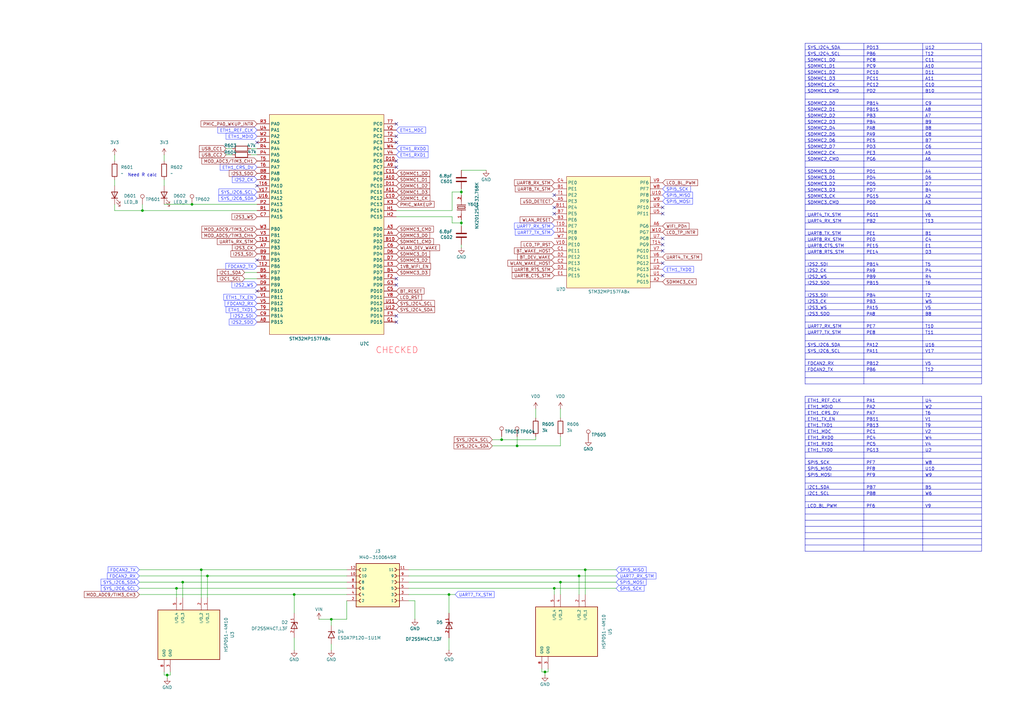
<source format=kicad_sch>
(kicad_sch (version 20250114) (generator "eeschema") (generator_version "9.0")
  (paper "A3")
  (title_block (comment 1 "Author: Mykola Grodskyi"))
  (lib_symbols
    (symbol "Connector:TestPoint" (pin_numbers (hide yes)) (pin_names (offset 0.762) (hide yes))
      (property "Reference" "TP" (at 0 6.858 0))
      (property "Value" "TestPoint" (at 0 5.08 0))
      (symbol "TestPoint_1_1"
        (pin passive line (at 0 0 90) (length 2.54) (name "1") (number "1"))
      )
    )
    (symbol "Device:C" (pin_numbers (hide yes)) (pin_names (offset 0.254))
      (property "Reference" "C" (at 0.635 2.54 0))
      (property "Value" "C" (at 0.635 -2.54 0))
      (symbol "C_1_1"
        (pin passive line (at 0 3.81 270) (length 2.794) (name "~") (number "1"))
        (pin passive line (at 0 -3.81 90) (length 2.794) (name "~") (number "2"))
      )
    )
    (symbol "Device:LED" (pin_numbers (hide yes)) (pin_names (offset 1.016) (hide yes))
      (property "Reference" "D" (at 0 2.54 0))
      (property "Value" "LED" (at 0 -2.54 0))
      (symbol "LED_1_1"
        (pin passive line (at -3.81 0 0) (length 2.54) (name "K") (number "1"))
        (pin passive line (at 3.81 0 180) (length 2.54) (name "A") (number "2"))
      )
    )
    (symbol "Device:R" (pin_numbers (hide yes)) (pin_names (offset 0))
      (property "Reference" "R" (at 2.032 0 90))
      (property "Value" "R" (at 0 0 90))
      (symbol "R_1_1"
        (pin passive line (at 0 3.81 270) (length 1.27) (name "~") (number "1"))
        (pin passive line (at 0 -3.81 90) (length 1.27) (name "~") (number "2"))
      )
    )
    (symbol "Diode:SMAJ5.0A" (pin_numbers (hide yes)) (pin_names (offset 1.016) (hide yes))
      (property "Reference" "D" (at 0 2.54 0))
      (property "Value" "SMAJ5.0A" (at 0 -2.54 0))
      (symbol "SMAJ5.0A_1_1"
        (pin passive line (at -3.81 0 0) (length 2.54) (name "A1") (number "1"))
        (pin passive line (at 3.81 0 180) (length 2.54) (name "A2") (number "2"))
      )
    )
    (symbol "HSP051-4M10:HSP051-4M10" (pin_names (offset 1.016))
      (property "Reference" "U4" (at 0 17.78 0))
      (property "Value" "HSP051-4M10" (at 0 15.24 0))
      (symbol "HSP051-4M10_0_0"
        (pin passive line (at -15.24 7.62 0) (length 5.08) (name "I/O_1") (number "1"))
        (pin passive line (at -15.24 5.08 0) (length 5.08) (name "I/O_2") (number "2"))
        (pin passive line (at -15.24 -2.54 0) (length 5.08) (name "I/O_3") (number "4"))
        (pin passive line (at -15.24 -5.08 0) (length 5.08) (name "I/O_4") (number "5"))
        (pin power_in line (at 15.24 -7.62 180) (length 5.08) (name "GND") (number "3"))
        (pin power_in line (at 15.24 -10.16 180) (length 5.08) (name "GND") (number "8"))
      )
      (symbol "HSP051-4M10_1_0"
        (pin passive line (at -15.24 7.62 0) (length 5.08) (hide yes) (name "NC") (number "10"))
        (pin passive line (at -15.24 5.08 0) (length 5.08) (hide yes) (name "NC") (number "9"))
        (pin passive line (at -15.24 -2.54 0) (length 5.08) (hide yes) (name "NC") (number "7"))
        (pin passive line (at -15.24 -5.08 0) (length 5.08) (hide yes) (name "NC") (number "6"))
      )
    )
    (symbol "M40-3100645R:M40-3100645R" (pin_names (offset 1.016))
      (property "Reference" "J" (at -9.39 10.16 0))
      (property "Value" "M40-3100645R" (at -8.89 -10.16 0))
      (symbol "M40-3100645R_0_0"
        (pin passive line (at -12.7 7.62 0) (length 5.08) (name "1") (number "1"))
        (pin passive line (at -12.7 5.08 0) (length 5.08) (name "3") (number "3"))
        (pin passive line (at -12.7 2.54 0) (length 5.08) (name "5") (number "5"))
        (pin passive line (at -12.7 0 0) (length 5.08) (name "7") (number "7"))
        (pin passive line (at -12.7 -2.54 0) (length 5.08) (name "9") (number "9"))
        (pin passive line (at -12.7 -5.08 0) (length 5.08) (name "11") (number "11"))
        (pin passive line (at 12.7 7.62 180) (length 5.08) (name "2") (number "2"))
        (pin passive line (at 12.7 5.08 180) (length 5.08) (name "4") (number "4"))
        (pin passive line (at 12.7 2.54 180) (length 5.08) (name "6") (number "6"))
        (pin passive line (at 12.7 0 180) (length 5.08) (name "8") (number "8"))
        (pin passive line (at 12.7 -2.54 180) (length 5.08) (name "10") (number "10"))
        (pin passive line (at 12.7 -5.08 180) (length 5.08) (name "12") (number "12"))
      )
    )
    (symbol "NX2012SA-32.768K-STD-MUB-1:NX2012SA-32.768K-STD-MUB-1" (pin_names (offset 1.016))
      (property "Reference" "Y" (at -5.0919 3.8189 0))
      (property "Value" "NX2012SA-32.768K-STD-MUB-1" (at -5.0911 -5.0911 0))
      (symbol "NX2012SA-32.768K-STD-MUB-1_0_0"
        (pin passive line (at -5.08 0 0) (length 2.54) (name "~") (number "1"))
        (pin passive line (at 5.08 0 180) (length 2.54) (name "~") (number "2"))
      )
    )
    (symbol "New_Library:STM32MP157FABx"
      (symbol "STM32MP157FABx_1_1"
        (pin power_in line (at -27.94 105.41 0) (length 5.08) (name "VBAT") (number "H3"))
        (pin power_in line (at -27.94 91.44 0) (length 5.08) (name "VDD") (number "K6"))
        (pin power_in line (at -27.94 88.9 0) (length 5.08) (name "VDD") (number "L5"))
        (pin power_in line (at -27.94 86.36 0) (length 5.08) (name "VDD") (number "L7"))
        (pin power_in line (at -27.94 83.82 0) (length 5.08) (name "VDD") (number "M6"))
        (pin power_in line (at -27.94 81.28 0) (length 5.08) (name "VDD") (number "M8"))
        (pin power_in line (at -27.94 78.74 0) (length 5.08) (name "VDD") (number "N5"))
        (pin power_in line (at -27.94 76.2 0) (length 5.08) (name "VDD") (number "N7"))
        (pin power_in line (at -27.94 73.66 0) (length 5.08) (name "VDD") (number "N9"))
        (pin power_in line (at -27.94 71.12 0) (length 5.08) (name "VDD") (number "P6"))
        (pin power_in line (at -27.94 68.58 0) (length 5.08) (name "VDD") (number "P8"))
        (pin power_in line (at -27.94 66.04 0) (length 5.08) (name "VDD") (number "P10"))
        (pin power_in line (at -27.94 63.5 0) (length 5.08) (name "VDD") (number "R7"))
        (pin power_in line (at -27.94 60.96 0) (length 5.08) (name "VDD") (number "R9"))
        (pin power_in line (at -27.94 58.42 0) (length 5.08) (name "VDD") (number "R11"))
        (pin power_in line (at -27.94 35.56 0) (length 5.08) (name "VDD1V2_DSI_PHY") (number "A16"))
        (pin power_in line (at -27.94 30.48 0) (length 5.08) (name "VDD1V2_DSI_REG") (number "B16"))
        (pin power_in line (at -27.94 25.4 0) (length 5.08) (name "VDD3V3_USBFS") (number "W15"))
        (pin power_in line (at -27.94 20.32 0) (length 5.08) (name "VDD3V3_USBHS") (number "W12"))
        (pin power_in line (at -27.94 15.24 0) (length 5.08) (name "VDDA") (number "M4"))
        (pin power_in line (at -27.94 10.16 0) (length 5.08) (name "VDDA1V1_REG") (number "W11"))
        (pin power_in line (at -27.94 5.08 0) (length 5.08) (name "VDDA1V8_DSI") (number "B12"))
        (pin power_in line (at -27.94 0 0) (length 5.08) (name "VDDA1V8_REG") (number "V11"))
        (pin power_in line (at -27.94 -6.35 0) (length 5.08) (name "VDDCORE") (number "E7"))
        (pin power_in line (at -27.94 -8.89 0) (length 5.08) (name "VDDCORE") (number "E9"))
        (pin power_in line (at -27.94 -11.43 0) (length 5.08) (name "VDDCORE") (number "E11"))
        (pin power_in line (at -27.94 -13.97 0) (length 5.08) (name "VDDCORE") (number "E13"))
        (pin power_in line (at -27.94 -16.51 0) (length 5.08) (name "VDDCORE") (number "F4"))
        (pin power_in line (at -27.94 -19.05 0) (length 5.08) (name "VDDCORE") (number "F6"))
        (pin power_in line (at -27.94 -21.59 0) (length 5.08) (name "VDDCORE") (number "F8"))
        (pin power_in line (at -27.94 -24.13 0) (length 5.08) (name "VDDCORE") (number "F10"))
        (pin power_in line (at -27.94 -26.67 0) (length 5.08) (name "VDDCORE") (number "F12"))
        (pin power_in line (at -27.94 -29.21 0) (length 5.08) (name "VDDCORE") (number "G5"))
        (pin power_in line (at -27.94 -31.75 0) (length 5.08) (name "VDDCORE") (number "G7"))
        (pin power_in line (at -27.94 -34.29 0) (length 5.08) (name "VDDCORE") (number "G9"))
        (pin power_in line (at -27.94 -36.83 0) (length 5.08) (name "VDDCORE") (number "G11"))
        (pin power_in line (at -27.94 -39.37 0) (length 5.08) (name "VDDCORE") (number "H4"))
        (pin power_in line (at -27.94 -41.91 0) (length 5.08) (name "VDDCORE") (number "H6"))
        (pin power_in line (at -27.94 -44.45 0) (length 5.08) (name "VDDCORE") (number "H8"))
        (pin power_in line (at -27.94 -46.99 0) (length 5.08) (name "VDDCORE") (number "H10"))
        (pin power_in line (at -27.94 -49.53 0) (length 5.08) (name "VDDCORE") (number "H12"))
        (pin power_in line (at -27.94 -52.07 0) (length 5.08) (name "VDDCORE") (number "J7"))
        (pin power_in line (at -27.94 -54.61 0) (length 5.08) (name "VDDCORE") (number "J9"))
        (pin power_in line (at -27.94 -57.15 0) (length 5.08) (name "VDDCORE") (number "J11"))
        (pin power_in line (at -27.94 -59.69 0) (length 5.08) (name "VDDCORE") (number "J13"))
        (pin power_in line (at -27.94 -62.23 0) (length 5.08) (name "VDDCORE") (number "K8"))
        (pin power_in line (at -27.94 -64.77 0) (length 5.08) (name "VDDCORE") (number "K10"))
        (pin power_in line (at -27.94 -67.31 0) (length 5.08) (name "VDDCORE") (number "K12"))
        (pin power_in line (at -27.94 -69.85 0) (length 5.08) (name "VDDCORE") (number "L9"))
        (pin power_in line (at -27.94 -72.39 0) (length 5.08) (name "VDDCORE") (number "L11"))
        (pin power_in line (at -27.94 -74.93 0) (length 5.08) (name "VDDCORE") (number "L13"))
        (pin power_in line (at -27.94 -77.47 0) (length 5.08) (name "VDDCORE") (number "M10"))
        (pin power_in line (at -27.94 -80.01 0) (length 5.08) (name "VDDCORE") (number "M12"))
        (pin power_in line (at -27.94 -82.55 0) (length 5.08) (name "VDDCORE") (number "N11"))
        (pin power_in line (at -27.94 -85.09 0) (length 5.08) (name "VDDCORE") (number "N13"))
        (pin power_in line (at -27.94 -87.63 0) (length 5.08) (name "VDDCORE") (number "P12"))
        (pin power_in line (at -27.94 -90.17 0) (length 5.08) (name "VDDCORE") (number "R13"))
        (pin power_in line (at -27.94 -97.79 0) (length 5.08) (name "VDDQ_DDR") (number "E15"))
        (pin power_in line (at -27.94 -100.33 0) (length 5.08) (name "VDDQ_DDR") (number "F14"))
        (pin power_in line (at -27.94 -102.87 0) (length 5.08) (name "VDDQ_DDR") (number "G15"))
        (pin power_in line (at -27.94 -105.41 0) (length 5.08) (name "VDDQ_DDR") (number "H14"))
        (pin power_in line (at -27.94 -107.95 0) (length 5.08) (name "VDDQ_DDR") (number "J15"))
        (pin power_in line (at -27.94 -110.49 0) (length 5.08) (name "VDDQ_DDR") (number "K14"))
        (pin power_in line (at -27.94 -113.03 0) (length 5.08) (name "VDDQ_DDR") (number "L15"))
        (pin power_in line (at -27.94 -115.57 0) (length 5.08) (name "VDDQ_DDR") (number "M14"))
        (pin power_in line (at -27.94 -118.11 0) (length 5.08) (name "VDDQ_DDR") (number "N15"))
        (pin power_in line (at -27.94 -120.65 0) (length 5.08) (name "VDDQ_DDR") (number "P14"))
        (pin power_in line (at -27.94 -123.19 0) (length 5.08) (name "VDDQ_DDR") (number "R15"))
        (pin power_in line (at -27.94 -127 0) (length 5.08) (name "VDD_ANA") (number "L3"))
        (pin power_in line (at -27.94 -130.81 0) (length 5.08) (name "VDD_DSI") (number "A12"))
        (pin power_in line (at -27.94 -134.62 0) (length 5.08) (name "VDD_PLL") (number "J5"))
        (pin power_in line (at -27.94 -137.16 0) (length 5.08) (name "VDD_PLL2") (number "G13"))
        (pin input line (at -27.94 -140.97 0) (length 5.08) (name "VREF+") (number "N3"))
        (pin input line (at -27.94 -144.78 0) (length 5.08) (name "VREF-") (number "M3"))
        (pin passive line (at 54.61 106.68 180) (length 5.08) (name "VSS") (number "N6"))
        (pin passive line (at 54.61 104.14 180) (length 5.08) (name "VSS") (number "N10"))
        (pin passive line (at 54.61 101.6 180) (length 5.08) (name "VSS") (number "U8"))
        (pin passive line (at 54.61 99.06 180) (length 5.08) (name "VSS") (number "U6"))
        (pin passive line (at 54.61 96.52 180) (length 5.08) (name "VSS") (number "W1"))
        (pin passive line (at 54.61 93.98 180) (length 5.08) (name "VSS") (number "U17"))
        (pin passive line (at 54.61 91.44 180) (length 5.08) (name "VSS") (number "T4"))
        (pin passive line (at 54.61 88.9 180) (length 5.08) (name "VSS") (number "R8"))
        (pin passive line (at 54.61 86.36 180) (length 5.08) (name "VSS") (number "R6"))
        (pin passive line (at 54.61 83.82 180) (length 5.08) (name "VSS") (number "R2"))
        (pin passive line (at 54.61 81.28 180) (length 5.08) (name "VSS") (number "R16"))
        (pin passive line (at 54.61 78.74 180) (length 5.08) (name "VSS") (number "R14"))
        (pin passive line (at 54.61 76.2 180) (length 5.08) (name "VSS") (number "R12"))
        (pin passive line (at 54.61 73.66 180) (length 5.08) (name "VSS") (number "U3"))
        (pin passive line (at 54.61 71.12 180) (length 5.08) (name "VSS") (number "P9"))
        (pin passive line (at 54.61 68.58 180) (length 5.08) (name "VSS") (number "P7"))
        (pin passive line (at 54.61 66.04 180) (length 5.08) (name "VSS") (number "R10"))
        (pin passive line (at 54.61 63.5 180) (length 5.08) (name "VSS") (number "P13"))
        (pin passive line (at 54.61 60.96 180) (length 5.08) (name "VSS") (number "P11"))
        (pin passive line (at 54.61 58.42 180) (length 5.08) (name "VSS") (number "P15"))
        (pin passive line (at 54.61 55.88 180) (length 5.08) (name "VSS") (number "N8"))
        (pin passive line (at 54.61 53.34 180) (length 5.08) (name "VSS") (number "N14"))
        (pin passive line (at 54.61 50.8 180) (length 5.08) (name "VSS") (number "N12"))
        (pin passive line (at 54.61 48.26 180) (length 5.08) (name "VSS") (number "M9"))
        (pin passive line (at 54.61 45.72 180) (length 5.08) (name "VSS") (number "W19"))
        (pin passive line (at 54.61 43.18 180) (length 5.08) (name "VSS") (number "M7"))
        (pin passive line (at 54.61 40.64 180) (length 5.08) (name "VSS") (number "M5"))
        (pin passive line (at 54.61 38.1 180) (length 5.08) (name "VSS") (number "M15"))
        (pin passive line (at 54.61 35.56 180) (length 5.08) (name "VSS") (number "M13"))
        (pin passive line (at 54.61 33.02 180) (length 5.08) (name "VSS") (number "M11"))
        (pin passive line (at 54.61 30.48 180) (length 5.08) (name "VSS") (number "L8"))
        (pin passive line (at 54.61 27.94 180) (length 5.08) (name "VSS") (number "L6"))
        (pin passive line (at 54.61 25.4 180) (length 5.08) (name "VSS") (number "L14"))
        (pin passive line (at 54.61 22.86 180) (length 5.08) (name "VSS") (number "L12"))
        (pin passive line (at 54.61 20.32 180) (length 5.08) (name "VSS") (number "L10"))
        (pin passive line (at 54.61 17.78 180) (length 5.08) (name "VSS") (number "K9"))
        (pin passive line (at 54.61 15.24 180) (length 5.08) (name "VSS") (number "K7"))
        (pin passive line (at 54.61 12.7 180) (length 5.08) (name "VSS") (number "K5"))
        (pin passive line (at 54.61 10.16 180) (length 5.08) (name "VSS") (number "K2"))
        (pin passive line (at 54.61 7.62 180) (length 5.08) (name "VSS") (number "K15"))
        (pin passive line (at 54.61 5.08 180) (length 5.08) (name "VSS") (number "K13"))
        (pin passive line (at 54.61 2.54 180) (length 5.08) (name "VSS") (number "K11"))
        (pin passive line (at 54.61 0 180) (length 5.08) (name "VSS") (number "J8"))
        (pin passive line (at 54.61 -2.54 180) (length 5.08) (name "VSS") (number "J6"))
        (pin passive line (at 54.61 -5.08 180) (length 5.08) (name "VSS") (number "J3"))
        (pin passive line (at 54.61 -7.62 180) (length 5.08) (name "VSS") (number "J14"))
        (pin passive line (at 54.61 -10.16 180) (length 5.08) (name "VSS") (number "J12"))
        (pin passive line (at 54.61 -12.7 180) (length 5.08) (name "VSS") (number "J10"))
        (pin passive line (at 54.61 -15.24 180) (length 5.08) (name "VSS") (number "H9"))
        (pin passive line (at 54.61 -17.78 180) (length 5.08) (name "VSS") (number "H7"))
        (pin passive line (at 54.61 -20.32 180) (length 5.08) (name "VSS") (number "H5"))
        (pin passive line (at 54.61 -22.86 180) (length 5.08) (name "VSS") (number "H15"))
        (pin passive line (at 54.61 -25.4 180) (length 5.08) (name "VSS") (number "H13"))
        (pin passive line (at 54.61 -27.94 180) (length 5.08) (name "VSS") (number "H11"))
        (pin passive line (at 54.61 -30.48 180) (length 5.08) (name "VSS") (number "G8"))
        (pin passive line (at 54.61 -33.02 180) (length 5.08) (name "VSS") (number "G6"))
        (pin passive line (at 54.61 -35.56 180) (length 5.08) (name "VSS") (number "G4"))
        (pin passive line (at 54.61 -38.1 180) (length 5.08) (name "VSS") (number "G2"))
        (pin passive line (at 54.61 -40.64 180) (length 5.08) (name "VSS") (number "G14"))
        (pin passive line (at 54.61 -43.18 180) (length 5.08) (name "VSS") (number "G12"))
        (pin passive line (at 54.61 -45.72 180) (length 5.08) (name "VSS") (number "G10"))
        (pin passive line (at 54.61 -48.26 180) (length 5.08) (name "VSS") (number "F9"))
        (pin passive line (at 54.61 -50.8 180) (length 5.08) (name "VSS") (number "F7"))
        (pin passive line (at 54.61 -53.34 180) (length 5.08) (name "VSS") (number "F5"))
        (pin passive line (at 54.61 -55.88 180) (length 5.08) (name "VSS") (number "F15"))
        (pin passive line (at 54.61 -58.42 180) (length 5.08) (name "VSS") (number "F11"))
        (pin passive line (at 54.61 -60.96 180) (length 5.08) (name "VSS") (number "E8"))
        (pin passive line (at 54.61 -63.5 180) (length 5.08) (name "VSS") (number "E6"))
        (pin passive line (at 54.61 -66.04 180) (length 5.08) (name "VSS") (number "E5"))
        (pin passive line (at 54.61 -68.58 180) (length 5.08) (name "VSS") (number "E4"))
        (pin passive line (at 54.61 -71.12 180) (length 5.08) (name "VSS") (number "E2"))
        (pin passive line (at 54.61 -73.66 180) (length 5.08) (name "VSS") (number "E16"))
        (pin passive line (at 54.61 -76.2 180) (length 5.08) (name "VSS") (number "E14"))
        (pin passive line (at 54.61 -78.74 180) (length 5.08) (name "VSS") (number "E12"))
        (pin passive line (at 54.61 -81.28 180) (length 5.08) (name "VSS") (number "E10"))
        (pin passive line (at 54.61 -83.82 180) (length 5.08) (name "VSS") (number "D8"))
        (pin passive line (at 54.61 -86.36 180) (length 5.08) (name "VSS") (number "D5"))
        (pin passive line (at 54.61 -88.9 180) (length 5.08) (name "VSS") (number "D4"))
        (pin passive line (at 54.61 -91.44 180) (length 5.08) (name "VSS") (number "D1"))
        (pin passive line (at 54.61 -93.98 180) (length 5.08) (name "VSS") (number "C3"))
        (pin passive line (at 54.61 -96.52 180) (length 5.08) (name "VSS") (number "C17"))
        (pin passive line (at 54.61 -99.06 180) (length 5.08) (name "VSS") (number "A19"))
        (pin passive line (at 54.61 -101.6 180) (length 5.08) (name "VSS") (number "B2"))
        (pin passive line (at 54.61 -104.14 180) (length 5.08) (name "VSS") (number "B6"))
        (pin power_in line (at 54.61 -106.68 180) (length 5.08) (name "VSS") (number "A1"))
        (pin power_in line (at 54.61 -110.49 180) (length 5.08) (name "VSSA") (number "N4"))
        (pin passive line (at 54.61 -113.03 180) (length 5.08) (name "VSSA") (number "P5"))
        (pin passive line (at 54.61 -115.57 180) (length 5.08) (name "VSSA") (number "R5"))
        (pin power_in line (at 54.61 -119.38 180) (length 5.08) (name "VSS_ANA") (number "L4"))
        (pin passive line (at 54.61 -124.46 180) (length 5.08) (name "VSS_DSI") (number "C16"))
        (pin passive line (at 54.61 -127 180) (length 5.08) (name "VSS_DSI") (number "C15"))
        (pin passive line (at 54.61 -129.54 180) (length 5.08) (name "VSS_DSI") (number "C13"))
        (pin passive line (at 54.61 -132.08 180) (length 5.08) (name "VSS_DSI") (number "C14"))
        (pin power_in line (at 54.61 -134.62 180) (length 5.08) (name "VSS_DSI") (number "C12"))
        (pin power_in line (at 54.61 -138.43 180) (length 5.08) (name "VSS_PLL") (number "J4"))
        (pin power_in line (at 54.61 -140.97 180) (length 5.08) (name "VSS_PLL2") (number "F13"))
        (pin passive line (at 54.61 -144.78 180) (length 5.08) (name "VSS_USBHS") (number "V15"))
        (pin passive line (at 54.61 -147.32 180) (length 5.08) (name "VSS_USBHS") (number "U14"))
        (pin passive line (at 54.61 -149.86 180) (length 5.08) (name "VSS_USBHS") (number "V12"))
        (pin power_in line (at 54.61 -152.4 180) (length 5.08) (name "VSS_USBHS") (number "U13"))
      )
      (symbol "STM32MP157FABx_2_1"
        (pin bidirectional line (at -13.97 39.37 0) (length 5.08) (name "DDR_BA0") (number "G19"))
        (pin bidirectional line (at -13.97 36.83 0) (length 5.08) (name "DDR_BA1") (number "N17"))
        (pin bidirectional line (at -13.97 34.29 0) (length 5.08) (name "DDR_BA2") (number "J16"))
        (pin bidirectional line (at -13.97 30.48 0) (length 5.08) (name "DDR_DQM0") (number "C18"))
        (pin bidirectional line (at -13.97 27.94 0) (length 5.08) (name "DDR_DQM1") (number "U18"))
        (pin bidirectional line (at -13.97 19.05 0) (length 5.08) (name "DDR_DQS0N") (number "B19"))
        (pin bidirectional line (at -13.97 16.51 0) (length 5.08) (name "DDR_DQS0P") (number "C19"))
        (pin bidirectional line (at -13.97 13.97 0) (length 5.08) (name "DDR_DQS1N") (number "T19"))
        (pin bidirectional line (at -13.97 11.43 0) (length 5.08) (name "DDR_DQS1P") (number "U19"))
        (pin bidirectional line (at -13.97 5.08 0) (length 5.08) (name "DDR_DQ0") (number "A17"))
        (pin bidirectional line (at -13.97 2.54 0) (length 5.08) (name "DDR_DQ1") (number "A18"))
        (pin bidirectional line (at -13.97 0 0) (length 5.08) (name "DDR_DQ2") (number "D18"))
        (pin bidirectional line (at -13.97 -2.54 0) (length 5.08) (name "DDR_DQ3") (number "B17"))
        (pin bidirectional line (at -13.97 -5.08 0) (length 5.08) (name "DDR_DQ4") (number "E18"))
        (pin bidirectional line (at -13.97 -7.62 0) (length 5.08) (name "DDR_DQ5") (number "D17"))
        (pin bidirectional line (at -13.97 -10.16 0) (length 5.08) (name "DDR_DQ6") (number "D19"))
        (pin bidirectional line (at -13.97 -12.7 0) (length 5.08) (name "DDR_DQ7") (number "B18"))
        (pin bidirectional line (at -13.97 -15.24 0) (length 5.08) (name "DDR_DQ8") (number "P18"))
        (pin bidirectional line (at -13.97 -17.78 0) (length 5.08) (name "DDR_DQ9") (number "T17"))
        (pin bidirectional line (at -13.97 -20.32 0) (length 5.08) (name "DDR_DQ10") (number "R18"))
        (pin bidirectional line (at -13.97 -22.86 0) (length 5.08) (name "DDR_DQ11") (number "V19"))
        (pin bidirectional line (at -13.97 -25.4 0) (length 5.08) (name "DDR_DQ12") (number "W18"))
        (pin bidirectional line (at -13.97 -27.94 0) (length 5.08) (name "DDR_DQ13") (number "T18"))
        (pin bidirectional line (at -13.97 -30.48 0) (length 5.08) (name "DDR_DQ14") (number "V18"))
        (pin bidirectional line (at -13.97 -33.02 0) (length 5.08) (name "DDR_DQ15") (number "W17"))
        (pin bidirectional line (at 68.58 39.37 180) (length 5.08) (name "DDR_CLKP") (number "L19"))
        (pin bidirectional line (at 68.58 36.83 180) (length 5.08) (name "DDR_CLKN") (number "K19"))
        (pin bidirectional line (at 68.58 30.48 180) (length 5.08) (name "DDR_A0") (number "H18"))
        (pin bidirectional line (at 68.58 27.94 180) (length 5.08) (name "DDR_A1") (number "M17"))
        (pin bidirectional line (at 68.58 25.4 180) (length 5.08) (name "DDR_A2") (number "G18"))
        (pin bidirectional line (at 68.58 22.86 180) (length 5.08) (name "DDR_A3") (number "F19"))
        (pin bidirectional line (at 68.58 20.32 180) (length 5.08) (name "DDR_A4") (number "P17"))
        (pin bidirectional line (at 68.58 17.78 180) (length 5.08) (name "DDR_A5") (number "H17"))
        (pin bidirectional line (at 68.58 15.24 180) (length 5.08) (name "DDR_A6") (number "N16"))
        (pin bidirectional line (at 68.58 12.7 180) (length 5.08) (name "DDR_A7") (number "E17"))
        (pin bidirectional line (at 68.58 10.16 180) (length 5.08) (name "DDR_A8") (number "R17"))
        (pin bidirectional line (at 68.58 7.62 180) (length 5.08) (name "DDR_A9") (number "G17"))
        (pin bidirectional line (at 68.58 5.08 180) (length 5.08) (name "DDR_A10") (number "M19"))
        (pin bidirectional line (at 68.58 2.54 180) (length 5.08) (name "DDR_A11") (number "M18"))
        (pin bidirectional line (at 68.58 0 180) (length 5.08) (name "DDR_A12") (number "L17"))
        (pin bidirectional line (at 68.58 -2.54 180) (length 5.08) (name "DDR_A13") (number "F17"))
        (pin bidirectional line (at 68.58 -5.08 180) (length 5.08) (name "DDR_A14") (number "N18"))
        (pin bidirectional line (at 68.58 -7.62 180) (length 5.08) (name "DDR_A15") (number "L16"))
        (pin bidirectional line (at 68.58 -12.7 180) (length 5.08) (name "DDR_RASN") (number "L18"))
        (pin bidirectional line (at 68.58 -15.24 180) (length 5.08) (name "DDR_CASN") (number "K17"))
        (pin bidirectional line (at 68.58 -17.78 180) (length 5.08) (name "DDR_CSN") (number "J18"))
        (pin bidirectional line (at 68.58 -20.32 180) (length 5.08) (name "DDR_CKE") (number "P19"))
        (pin bidirectional line (at 68.58 -22.86 180) (length 5.08) (name "DDR_WEN") (number "J17"))
        (pin bidirectional line (at 68.58 -25.4 180) (length 5.08) (name "DDR_ODT") (number "H19"))
        (pin bidirectional line (at 68.58 -31.75 180) (length 5.08) (name "DDR_RESETN") (number "G16"))
        (pin bidirectional line (at 68.58 -35.56 180) (length 5.08) (name "DDR_VREF") (number "W16"))
        (pin bidirectional line (at 68.58 -39.37 180) (length 5.08) (name "DDR_ZQ") (number "F18"))
        (pin bidirectional line (at 68.58 -43.18 180) (length 5.08) (name "DDR_ATO") (number "N19"))
        (pin bidirectional line (at 68.58 -45.72 180) (length 5.08) (name "DDR_DTO1") (number "J19"))
        (pin bidirectional line (at 68.58 -48.26 180) (length 5.08) (name "DDR_DTO0") (number "K18"))
      )
      (symbol "STM32MP157FABx_3_1"
        (pin bidirectional line (at -17.78 39.37 0) (length 5.08) (name "PA0") (number "R3"))
        (pin bidirectional line (at -17.78 36.83 0) (length 5.08) (name "PA1") (number "U4"))
        (pin bidirectional line (at -17.78 34.29 0) (length 5.08) (name "PA2") (number "W2"))
        (pin bidirectional line (at -17.78 31.75 0) (length 5.08) (name "PA3") (number "P3"))
        (pin bidirectional line (at -17.78 29.21 0) (length 5.08) (name "PA4") (number "R4"))
        (pin bidirectional line (at -17.78 26.67 0) (length 5.08) (name "PA5") (number "P4"))
        (pin bidirectional line (at -17.78 24.13 0) (length 5.08) (name "PA6") (number "T5"))
        (pin bidirectional line (at -17.78 21.59 0) (length 5.08) (name "PA7") (number "T6"))
        (pin bidirectional line (at -17.78 19.05 0) (length 5.08) (name "PA8") (number "B8"))
        (pin bidirectional line (at -17.78 16.51 0) (length 5.08) (name "PA9") (number "C8"))
        (pin bidirectional line (at -17.78 13.97 0) (length 5.08) (name "PA10") (number "T16"))
        (pin bidirectional line (at -17.78 11.43 0) (length 5.08) (name "PA11") (number "V17"))
        (pin bidirectional line (at -17.78 8.89 0) (length 5.08) (name "PA12") (number "U16"))
        (pin bidirectional line (at -17.78 6.35 0) (length 5.08) (name "PA13") (number "P2"))
        (pin bidirectional line (at -17.78 3.81 0) (length 5.08) (name "PA14") (number "R1"))
        (pin bidirectional line (at -17.78 1.27 0) (length 5.08) (name "PA15") (number "C7"))
        (pin bidirectional line (at -17.78 -3.81 0) (length 5.08) (name "PB0") (number "W3"))
        (pin bidirectional line (at -17.78 -6.35 0) (length 5.08) (name "PB1") (number "V3"))
        (pin bidirectional line (at -17.78 -8.89 0) (length 5.08) (name "PB2") (number "T13"))
        (pin bidirectional line (at -17.78 -11.43 0) (length 5.08) (name "PB3") (number "A7"))
        (pin bidirectional line (at -17.78 -13.97 0) (length 5.08) (name "PB4") (number "B9"))
        (pin bidirectional line (at -17.78 -16.51 0) (length 5.08) (name "PB5") (number "T8"))
        (pin bidirectional line (at -17.78 -19.05 0) (length 5.08) (name "PB6") (number "T12"))
        (pin bidirectional line (at -17.78 -21.59 0) (length 5.08) (name "PB7") (number "B5"))
        (pin bidirectional line (at -17.78 -24.13 0) (length 5.08) (name "PB8") (number "W6"))
        (pin bidirectional line (at -17.78 -26.67 0) (length 5.08) (name "PB9") (number "D9"))
        (pin bidirectional line (at -17.78 -29.21 0) (length 5.08) (name "PB10") (number "W5"))
        (pin bidirectional line (at -17.78 -31.75 0) (length 5.08) (name "PB11") (number "V1"))
        (pin bidirectional line (at -17.78 -34.29 0) (length 5.08) (name "PB12") (number "V5"))
        (pin bidirectional line (at -17.78 -36.83 0) (length 5.08) (name "PB13") (number "T9"))
        (pin bidirectional line (at -17.78 -39.37 0) (length 5.08) (name "PB14") (number "C9"))
        (pin bidirectional line (at -17.78 -41.91 0) (length 5.08) (name "PB15") (number "A8"))
        (pin bidirectional line (at 39.37 39.37 180) (length 5.08) (name "PC0") (number "T7"))
        (pin bidirectional line (at 39.37 36.83 180) (length 5.08) (name "PC1") (number "V2"))
        (pin bidirectional line (at 39.37 34.29 180) (length 5.08) (name "PC2") (number "T2"))
        (pin bidirectional line (at 39.37 31.75 180) (length 5.08) (name "PC3") (number "T3"))
        (pin bidirectional line (at 39.37 29.21 180) (length 5.08) (name "PC4") (number "W4"))
        (pin bidirectional line (at 39.37 26.67 180) (length 5.08) (name "PC5") (number "V4"))
        (pin bidirectional line (at 39.37 24.13 180) (length 5.08) (name "PC6") (number "D10"))
        (pin bidirectional line (at 39.37 21.59 180) (length 5.08) (name "PC7") (number "A9"))
        (pin bidirectional line (at 39.37 19.05 180) (length 5.08) (name "PC8") (number "C11"))
        (pin bidirectional line (at 39.37 16.51 180) (length 5.08) (name "PC9") (number "A10"))
        (pin bidirectional line (at 39.37 13.97 180) (length 5.08) (name "PC10") (number "D11"))
        (pin bidirectional line (at 39.37 11.43 180) (length 5.08) (name "PC11") (number "A11"))
        (pin bidirectional line (at 39.37 8.89 180) (length 5.08) (name "PC12") (number "C10"))
        (pin bidirectional line (at 39.37 6.35 180) (length 5.08) (name "PC13") (number "K3"))
        (pin bidirectional line (at 39.37 3.81 180) (length 5.08) (name "PC14") (number "H1"))
        (pin bidirectional line (at 39.37 1.27 180) (length 5.08) (name "PC15") (number "H2"))
        (pin bidirectional line (at 39.37 -3.81 180) (length 5.08) (name "PD0") (number "A3"))
        (pin bidirectional line (at 39.37 -6.35 180) (length 5.08) (name "PD1") (number "A4"))
        (pin bidirectional line (at 39.37 -8.89 180) (length 5.08) (name "PD2") (number "B10"))
        (pin bidirectional line (at 39.37 -11.43 180) (length 5.08) (name "PD3") (number "C6"))
        (pin bidirectional line (at 39.37 -13.97 180) (length 5.08) (name "PD4") (number "D6"))
        (pin bidirectional line (at 39.37 -16.51 180) (length 5.08) (name "PD5") (number "D7"))
        (pin bidirectional line (at 39.37 -19.05 180) (length 5.08) (name "PD6") (number "E3"))
        (pin bidirectional line (at 39.37 -21.59 180) (length 5.08) (name "PD7") (number "B4"))
        (pin bidirectional line (at 39.37 -24.13 180) (length 5.08) (name "PD8") (number "F2"))
        (pin bidirectional line (at 39.37 -26.67 180) (length 5.08) (name "PD9") (number "G3"))
        (pin bidirectional line (at 39.37 -29.21 180) (length 5.08) (name "PD10") (number "C5"))
        (pin bidirectional line (at 39.37 -31.75 180) (length 5.08) (name "PD11") (number "V8"))
        (pin bidirectional line (at 39.37 -34.29 180) (length 5.08) (name "PD12") (number "U11"))
        (pin bidirectional line (at 39.37 -36.83 180) (length 5.08) (name "PD13") (number "U12"))
        (pin bidirectional line (at 39.37 -39.37 180) (length 5.08) (name "PD14") (number "F3"))
        (pin bidirectional line (at 39.37 -41.91 180) (length 5.08) (name "PD15") (number "G1"))
      )
      (symbol "STM32MP157FABx_4_1"
        (pin bidirectional line (at 5.08 41.91 0) (length 5.08) (name "PE0") (number "C4"))
        (pin bidirectional line (at 5.08 39.37 0) (length 5.08) (name "PE1") (number "B1"))
        (pin bidirectional line (at 5.08 36.83 0) (length 5.08) (name "PE2") (number "T1"))
        (pin bidirectional line (at 5.08 34.29 0) (length 5.08) (name "PE3") (number "A5"))
        (pin bidirectional line (at 5.08 31.75 0) (length 5.08) (name "PE4") (number "B11"))
        (pin bidirectional line (at 5.08 29.21 0) (length 5.08) (name "PE5") (number "B7"))
        (pin bidirectional line (at 5.08 26.67 0) (length 5.08) (name "PE6") (number "B3"))
        (pin bidirectional line (at 5.08 24.13 0) (length 5.08) (name "PE7") (number "T10"))
        (pin bidirectional line (at 5.08 21.59 0) (length 5.08) (name "PE8") (number "T11"))
        (pin bidirectional line (at 5.08 19.05 0) (length 5.08) (name "PE9") (number "W7"))
        (pin bidirectional line (at 5.08 16.51 0) (length 5.08) (name "PE10") (number "V10"))
        (pin bidirectional line (at 5.08 13.97 0) (length 5.08) (name "PE11") (number "C1"))
        (pin bidirectional line (at 5.08 11.43 0) (length 5.08) (name "PE12") (number "D2"))
        (pin bidirectional line (at 5.08 8.89 0) (length 5.08) (name "PE13") (number "C2"))
        (pin bidirectional line (at 5.08 6.35 0) (length 5.08) (name "PE14") (number "D3"))
        (pin bidirectional line (at 5.08 3.81 0) (length 5.08) (name "PE15") (number "E1"))
        (pin bidirectional line (at 49.53 41.91 180) (length 5.08) (name "PF6") (number "V9"))
        (pin bidirectional line (at 49.53 39.37 180) (length 5.08) (name "PF7") (number "W8"))
        (pin bidirectional line (at 49.53 36.83 180) (length 5.08) (name "PF8") (number "U10"))
        (pin bidirectional line (at 49.53 34.29 180) (length 5.08) (name "PF9") (number "W9"))
        (pin bidirectional line (at 49.53 31.75 180) (length 5.08) (name "PF10") (number "U9"))
        (pin bidirectional line (at 49.53 29.21 180) (length 5.08) (name "PF11") (number "U5"))
        (pin bidirectional line (at 49.53 24.13 180) (length 5.08) (name "PG6") (number "A6"))
        (pin bidirectional line (at 49.53 21.59 180) (length 5.08) (name "PG7") (number "W10"))
        (pin bidirectional line (at 49.53 19.05 180) (length 5.08) (name "PG8") (number "U7"))
        (pin bidirectional line (at 49.53 16.51 180) (length 5.08) (name "PG9") (number "T14"))
        (pin bidirectional line (at 49.53 13.97 180) (length 5.08) (name "PG10") (number "V7"))
        (pin bidirectional line (at 49.53 11.43 180) (length 5.08) (name "PG11") (number "V6"))
        (pin bidirectional line (at 49.53 8.89 180) (length 5.08) (name "PG12") (number "F1"))
        (pin bidirectional line (at 49.53 6.35 180) (length 5.08) (name "PG13") (number "U2"))
        (pin bidirectional line (at 49.53 3.81 180) (length 5.08) (name "PG14") (number "U1"))
        (pin bidirectional line (at 49.53 1.27 180) (length 5.08) (name "PG15") (number "A2"))
      )
      (symbol "STM32MP157FABx_5_1"
        (pin input line (at -21.59 7.62 0) (length 5.08) (name "BOOT0") (number "K1"))
        (pin input line (at -21.59 5.08 0) (length 5.08) (name "BOOT1") (number "K4"))
        (pin input line (at -21.59 2.54 0) (length 5.08) (name "BOOT2") (number "L2"))
        (pin output line (at -21.59 -1.27 0) (length 5.08) (name "PWR_LP") (number "P1"))
        (pin output line (at -21.59 -3.81 0) (length 5.08) (name "PWR_ON") (number "L1"))
        (pin input line (at -21.59 -8.89 0) (length 5.08) (name "NRST") (number "J1"))
        (pin input line (at -21.59 -11.43 0) (length 5.08) (name "NRST_CORE") (number "J2"))
        (pin bidirectional line (at -21.59 -15.24 0) (length 5.08) (name "BYPASS_REG1V8") (number "T15"))
        (pin bidirectional line (at -21.59 -17.78 0) (length 5.08) (name "PDR_ON") (number "N2"))
        (pin bidirectional line (at -21.59 -20.32 0) (length 5.08) (name "PDR_ON_CORE") (number "N1"))
        (pin bidirectional line (at 17.78 7.62 180) (length 5.08) (name "PH0") (number "M1"))
        (pin bidirectional line (at 17.78 5.08 180) (length 5.08) (name "PH1") (number "M2"))
        (pin bidirectional line (at 17.78 -1.27 180) (length 5.08) (name "NJTRST") (number "D12"))
        (pin bidirectional line (at 17.78 -3.81 180) (length 5.08) (name "JTMS") (number "D15"))
        (pin bidirectional line (at 17.78 -6.35 180) (length 5.08) (name "JTDO") (number "D14"))
        (pin bidirectional line (at 17.78 -8.89 180) (length 5.08) (name "JTDI") (number "D13"))
        (pin bidirectional line (at 17.78 -11.43 180) (length 5.08) (name "JTCK") (number "D16"))
      )
      (symbol "STM32MP157FABx_6_1"
        (pin bidirectional line (at -3.81 16.51 0) (length 5.08) (name "OTG_VBUS") (number "U15"))
        (pin bidirectional line (at -3.81 13.97 0) (length 5.08) (name "USB_DM1") (number "W14"))
        (pin bidirectional line (at -3.81 11.43 0) (length 5.08) (name "USB_DP1") (number "V14"))
        (pin bidirectional line (at -3.81 8.89 0) (length 5.08) (name "USB_DM2") (number "V13"))
        (pin bidirectional line (at -3.81 6.35 0) (length 5.08) (name "USB_DP2") (number "W13"))
        (pin bidirectional line (at -3.81 3.81 0) (length 5.08) (name "USB_RREF") (number "V16"))
        (pin bidirectional line (at 44.45 16.51 180) (length 5.08) (name "DSIHOST_CKN") (number "A14"))
        (pin bidirectional line (at 44.45 13.97 180) (length 5.08) (name "DSIHOST_CKP") (number "B14"))
        (pin bidirectional line (at 44.45 11.43 180) (length 5.08) (name "DSIHOST_D0N") (number "A13"))
        (pin bidirectional line (at 44.45 8.89 180) (length 5.08) (name "DSIHOST_D0P") (number "B13"))
        (pin bidirectional line (at 44.45 6.35 180) (length 5.08) (name "DSIHOST_D1N") (number "A15"))
        (pin bidirectional line (at 44.45 3.81 180) (length 5.08) (name "DSIHOST_D1P") (number "B15"))
      )
    )
    (symbol "PTVS3V3S1UR:PTVS3V3S1UR" (pin_names (offset 1.016))
      (property "Reference" "D" (at -5.08 2.54 0))
      (symbol "PTVS3V3S1UR_1_0"
        (pin passive line (at -5.08 0 0) (length 5.08) (name "~") (number "1"))
        (pin passive line (at 5.08 0 180) (length 5.08) (name "~") (number "2"))
      )
    )
    (symbol "STM32MP157FABx_1"
      (symbol "STM32MP157FABx_1_1_1"
        (pin power_in line (at -27.94 105.41 0) (length 5.08) (name "VBAT") (number "H3"))
        (pin power_in line (at -27.94 91.44 0) (length 5.08) (name "VDD") (number "K6"))
        (pin power_in line (at -27.94 88.9 0) (length 5.08) (name "VDD") (number "L5"))
        (pin power_in line (at -27.94 86.36 0) (length 5.08) (name "VDD") (number "L7"))
        (pin power_in line (at -27.94 83.82 0) (length 5.08) (name "VDD") (number "M6"))
        (pin power_in line (at -27.94 81.28 0) (length 5.08) (name "VDD") (number "M8"))
        (pin power_in line (at -27.94 78.74 0) (length 5.08) (name "VDD") (number "N5"))
        (pin power_in line (at -27.94 76.2 0) (length 5.08) (name "VDD") (number "N7"))
        (pin power_in line (at -27.94 73.66 0) (length 5.08) (name "VDD") (number "N9"))
        (pin power_in line (at -27.94 71.12 0) (length 5.08) (name "VDD") (number "P6"))
        (pin power_in line (at -27.94 68.58 0) (length 5.08) (name "VDD") (number "P8"))
        (pin power_in line (at -27.94 66.04 0) (length 5.08) (name "VDD") (number "P10"))
        (pin power_in line (at -27.94 63.5 0) (length 5.08) (name "VDD") (number "R7"))
        (pin power_in line (at -27.94 60.96 0) (length 5.08) (name "VDD") (number "R9"))
        (pin power_in line (at -27.94 58.42 0) (length 5.08) (name "VDD") (number "R11"))
        (pin power_in line (at -27.94 35.56 0) (length 5.08) (name "VDD1V2_DSI_PHY") (number "A16"))
        (pin power_in line (at -27.94 30.48 0) (length 5.08) (name "VDD1V2_DSI_REG") (number "B16"))
        (pin power_in line (at -27.94 25.4 0) (length 5.08) (name "VDD3V3_USBFS") (number "W15"))
        (pin power_in line (at -27.94 20.32 0) (length 5.08) (name "VDD3V3_USBHS") (number "W12"))
        (pin power_in line (at -27.94 15.24 0) (length 5.08) (name "VDDA") (number "M4"))
        (pin power_in line (at -27.94 10.16 0) (length 5.08) (name "VDDA1V1_REG") (number "W11"))
        (pin power_in line (at -27.94 5.08 0) (length 5.08) (name "VDDA1V8_DSI") (number "B12"))
        (pin power_in line (at -27.94 0 0) (length 5.08) (name "VDDA1V8_REG") (number "V11"))
        (pin power_in line (at -27.94 -6.35 0) (length 5.08) (name "VDDCORE") (number "E7"))
        (pin power_in line (at -27.94 -8.89 0) (length 5.08) (name "VDDCORE") (number "E9"))
        (pin power_in line (at -27.94 -11.43 0) (length 5.08) (name "VDDCORE") (number "E11"))
        (pin power_in line (at -27.94 -13.97 0) (length 5.08) (name "VDDCORE") (number "E13"))
        (pin power_in line (at -27.94 -16.51 0) (length 5.08) (name "VDDCORE") (number "F4"))
        (pin power_in line (at -27.94 -19.05 0) (length 5.08) (name "VDDCORE") (number "F6"))
        (pin power_in line (at -27.94 -21.59 0) (length 5.08) (name "VDDCORE") (number "F8"))
        (pin power_in line (at -27.94 -24.13 0) (length 5.08) (name "VDDCORE") (number "F10"))
        (pin power_in line (at -27.94 -26.67 0) (length 5.08) (name "VDDCORE") (number "F12"))
        (pin power_in line (at -27.94 -29.21 0) (length 5.08) (name "VDDCORE") (number "G5"))
        (pin power_in line (at -27.94 -31.75 0) (length 5.08) (name "VDDCORE") (number "G7"))
        (pin power_in line (at -27.94 -34.29 0) (length 5.08) (name "VDDCORE") (number "G9"))
        (pin power_in line (at -27.94 -36.83 0) (length 5.08) (name "VDDCORE") (number "G11"))
        (pin power_in line (at -27.94 -39.37 0) (length 5.08) (name "VDDCORE") (number "H4"))
        (pin power_in line (at -27.94 -41.91 0) (length 5.08) (name "VDDCORE") (number "H6"))
        (pin power_in line (at -27.94 -44.45 0) (length 5.08) (name "VDDCORE") (number "H8"))
        (pin power_in line (at -27.94 -46.99 0) (length 5.08) (name "VDDCORE") (number "H10"))
        (pin power_in line (at -27.94 -49.53 0) (length 5.08) (name "VDDCORE") (number "H12"))
        (pin power_in line (at -27.94 -52.07 0) (length 5.08) (name "VDDCORE") (number "J7"))
        (pin power_in line (at -27.94 -54.61 0) (length 5.08) (name "VDDCORE") (number "J9"))
        (pin power_in line (at -27.94 -57.15 0) (length 5.08) (name "VDDCORE") (number "J11"))
        (pin power_in line (at -27.94 -59.69 0) (length 5.08) (name "VDDCORE") (number "J13"))
        (pin power_in line (at -27.94 -62.23 0) (length 5.08) (name "VDDCORE") (number "K8"))
        (pin power_in line (at -27.94 -64.77 0) (length 5.08) (name "VDDCORE") (number "K10"))
        (pin power_in line (at -27.94 -67.31 0) (length 5.08) (name "VDDCORE") (number "K12"))
        (pin power_in line (at -27.94 -69.85 0) (length 5.08) (name "VDDCORE") (number "L9"))
        (pin power_in line (at -27.94 -72.39 0) (length 5.08) (name "VDDCORE") (number "L11"))
        (pin power_in line (at -27.94 -74.93 0) (length 5.08) (name "VDDCORE") (number "L13"))
        (pin power_in line (at -27.94 -77.47 0) (length 5.08) (name "VDDCORE") (number "M10"))
        (pin power_in line (at -27.94 -80.01 0) (length 5.08) (name "VDDCORE") (number "M12"))
        (pin power_in line (at -27.94 -82.55 0) (length 5.08) (name "VDDCORE") (number "N11"))
        (pin power_in line (at -27.94 -85.09 0) (length 5.08) (name "VDDCORE") (number "N13"))
        (pin power_in line (at -27.94 -87.63 0) (length 5.08) (name "VDDCORE") (number "P12"))
        (pin power_in line (at -27.94 -90.17 0) (length 5.08) (name "VDDCORE") (number "R13"))
        (pin power_in line (at -27.94 -97.79 0) (length 5.08) (name "VDDQ_DDR") (number "E15"))
        (pin power_in line (at -27.94 -100.33 0) (length 5.08) (name "VDDQ_DDR") (number "F14"))
        (pin power_in line (at -27.94 -102.87 0) (length 5.08) (name "VDDQ_DDR") (number "G15"))
        (pin power_in line (at -27.94 -105.41 0) (length 5.08) (name "VDDQ_DDR") (number "H14"))
        (pin power_in line (at -27.94 -107.95 0) (length 5.08) (name "VDDQ_DDR") (number "J15"))
        (pin power_in line (at -27.94 -110.49 0) (length 5.08) (name "VDDQ_DDR") (number "K14"))
        (pin power_in line (at -27.94 -113.03 0) (length 5.08) (name "VDDQ_DDR") (number "L15"))
        (pin power_in line (at -27.94 -115.57 0) (length 5.08) (name "VDDQ_DDR") (number "M14"))
        (pin power_in line (at -27.94 -118.11 0) (length 5.08) (name "VDDQ_DDR") (number "N15"))
        (pin power_in line (at -27.94 -120.65 0) (length 5.08) (name "VDDQ_DDR") (number "P14"))
        (pin power_in line (at -27.94 -123.19 0) (length 5.08) (name "VDDQ_DDR") (number "R15"))
        (pin power_in line (at -27.94 -127 0) (length 5.08) (name "VDD_ANA") (number "L3"))
        (pin power_in line (at -27.94 -130.81 0) (length 5.08) (name "VDD_DSI") (number "A12"))
        (pin power_in line (at -27.94 -134.62 0) (length 5.08) (name "VDD_PLL") (number "J5"))
        (pin power_in line (at -27.94 -137.16 0) (length 5.08) (name "VDD_PLL2") (number "G13"))
        (pin input line (at -27.94 -140.97 0) (length 5.08) (name "VREF+") (number "N3"))
        (pin input line (at -27.94 -144.78 0) (length 5.08) (name "VREF-") (number "M3"))
        (pin passive line (at 54.61 106.68 180) (length 5.08) (name "VSS") (number "N6"))
        (pin passive line (at 54.61 104.14 180) (length 5.08) (name "VSS") (number "N10"))
        (pin passive line (at 54.61 101.6 180) (length 5.08) (name "VSS") (number "U8"))
        (pin passive line (at 54.61 99.06 180) (length 5.08) (name "VSS") (number "U6"))
        (pin passive line (at 54.61 96.52 180) (length 5.08) (name "VSS") (number "W1"))
        (pin passive line (at 54.61 93.98 180) (length 5.08) (name "VSS") (number "U17"))
        (pin passive line (at 54.61 91.44 180) (length 5.08) (name "VSS") (number "T4"))
        (pin passive line (at 54.61 88.9 180) (length 5.08) (name "VSS") (number "R8"))
        (pin passive line (at 54.61 86.36 180) (length 5.08) (name "VSS") (number "R6"))
        (pin passive line (at 54.61 83.82 180) (length 5.08) (name "VSS") (number "R2"))
        (pin passive line (at 54.61 81.28 180) (length 5.08) (name "VSS") (number "R16"))
        (pin passive line (at 54.61 78.74 180) (length 5.08) (name "VSS") (number "R14"))
        (pin passive line (at 54.61 76.2 180) (length 5.08) (name "VSS") (number "R12"))
        (pin passive line (at 54.61 73.66 180) (length 5.08) (name "VSS") (number "U3"))
        (pin passive line (at 54.61 71.12 180) (length 5.08) (name "VSS") (number "P9"))
        (pin passive line (at 54.61 68.58 180) (length 5.08) (name "VSS") (number "P7"))
        (pin passive line (at 54.61 66.04 180) (length 5.08) (name "VSS") (number "R10"))
        (pin passive line (at 54.61 63.5 180) (length 5.08) (name "VSS") (number "P13"))
        (pin passive line (at 54.61 60.96 180) (length 5.08) (name "VSS") (number "P11"))
        (pin passive line (at 54.61 58.42 180) (length 5.08) (name "VSS") (number "P15"))
        (pin passive line (at 54.61 55.88 180) (length 5.08) (name "VSS") (number "N8"))
        (pin passive line (at 54.61 53.34 180) (length 5.08) (name "VSS") (number "N14"))
        (pin passive line (at 54.61 50.8 180) (length 5.08) (name "VSS") (number "N12"))
        (pin passive line (at 54.61 48.26 180) (length 5.08) (name "VSS") (number "M9"))
        (pin passive line (at 54.61 45.72 180) (length 5.08) (name "VSS") (number "W19"))
        (pin passive line (at 54.61 43.18 180) (length 5.08) (name "VSS") (number "M7"))
        (pin passive line (at 54.61 40.64 180) (length 5.08) (name "VSS") (number "M5"))
        (pin passive line (at 54.61 38.1 180) (length 5.08) (name "VSS") (number "M15"))
        (pin passive line (at 54.61 35.56 180) (length 5.08) (name "VSS") (number "M13"))
        (pin passive line (at 54.61 33.02 180) (length 5.08) (name "VSS") (number "M11"))
        (pin passive line (at 54.61 30.48 180) (length 5.08) (name "VSS") (number "L8"))
        (pin passive line (at 54.61 27.94 180) (length 5.08) (name "VSS") (number "L6"))
        (pin passive line (at 54.61 25.4 180) (length 5.08) (name "VSS") (number "L14"))
        (pin passive line (at 54.61 22.86 180) (length 5.08) (name "VSS") (number "L12"))
        (pin passive line (at 54.61 20.32 180) (length 5.08) (name "VSS") (number "L10"))
        (pin passive line (at 54.61 17.78 180) (length 5.08) (name "VSS") (number "K9"))
        (pin passive line (at 54.61 15.24 180) (length 5.08) (name "VSS") (number "K7"))
        (pin passive line (at 54.61 12.7 180) (length 5.08) (name "VSS") (number "K5"))
        (pin passive line (at 54.61 10.16 180) (length 5.08) (name "VSS") (number "K2"))
        (pin passive line (at 54.61 7.62 180) (length 5.08) (name "VSS") (number "K15"))
        (pin passive line (at 54.61 5.08 180) (length 5.08) (name "VSS") (number "K13"))
        (pin passive line (at 54.61 2.54 180) (length 5.08) (name "VSS") (number "K11"))
        (pin passive line (at 54.61 0 180) (length 5.08) (name "VSS") (number "J8"))
        (pin passive line (at 54.61 -2.54 180) (length 5.08) (name "VSS") (number "J6"))
        (pin passive line (at 54.61 -5.08 180) (length 5.08) (name "VSS") (number "J3"))
        (pin passive line (at 54.61 -7.62 180) (length 5.08) (name "VSS") (number "J14"))
        (pin passive line (at 54.61 -10.16 180) (length 5.08) (name "VSS") (number "J12"))
        (pin passive line (at 54.61 -12.7 180) (length 5.08) (name "VSS") (number "J10"))
        (pin passive line (at 54.61 -15.24 180) (length 5.08) (name "VSS") (number "H9"))
        (pin passive line (at 54.61 -17.78 180) (length 5.08) (name "VSS") (number "H7"))
        (pin passive line (at 54.61 -20.32 180) (length 5.08) (name "VSS") (number "H5"))
        (pin passive line (at 54.61 -22.86 180) (length 5.08) (name "VSS") (number "H15"))
        (pin passive line (at 54.61 -25.4 180) (length 5.08) (name "VSS") (number "H13"))
        (pin passive line (at 54.61 -27.94 180) (length 5.08) (name "VSS") (number "H11"))
        (pin passive line (at 54.61 -30.48 180) (length 5.08) (name "VSS") (number "G8"))
        (pin passive line (at 54.61 -33.02 180) (length 5.08) (name "VSS") (number "G6"))
        (pin passive line (at 54.61 -35.56 180) (length 5.08) (name "VSS") (number "G4"))
        (pin passive line (at 54.61 -38.1 180) (length 5.08) (name "VSS") (number "G2"))
        (pin passive line (at 54.61 -40.64 180) (length 5.08) (name "VSS") (number "G14"))
        (pin passive line (at 54.61 -43.18 180) (length 5.08) (name "VSS") (number "G12"))
        (pin passive line (at 54.61 -45.72 180) (length 5.08) (name "VSS") (number "G10"))
        (pin passive line (at 54.61 -48.26 180) (length 5.08) (name "VSS") (number "F9"))
        (pin passive line (at 54.61 -50.8 180) (length 5.08) (name "VSS") (number "F7"))
        (pin passive line (at 54.61 -53.34 180) (length 5.08) (name "VSS") (number "F5"))
        (pin passive line (at 54.61 -55.88 180) (length 5.08) (name "VSS") (number "F15"))
        (pin passive line (at 54.61 -58.42 180) (length 5.08) (name "VSS") (number "F11"))
        (pin passive line (at 54.61 -60.96 180) (length 5.08) (name "VSS") (number "E8"))
        (pin passive line (at 54.61 -63.5 180) (length 5.08) (name "VSS") (number "E6"))
        (pin passive line (at 54.61 -66.04 180) (length 5.08) (name "VSS") (number "E5"))
        (pin passive line (at 54.61 -68.58 180) (length 5.08) (name "VSS") (number "E4"))
        (pin passive line (at 54.61 -71.12 180) (length 5.08) (name "VSS") (number "E2"))
        (pin passive line (at 54.61 -73.66 180) (length 5.08) (name "VSS") (number "E16"))
        (pin passive line (at 54.61 -76.2 180) (length 5.08) (name "VSS") (number "E14"))
        (pin passive line (at 54.61 -78.74 180) (length 5.08) (name "VSS") (number "E12"))
        (pin passive line (at 54.61 -81.28 180) (length 5.08) (name "VSS") (number "E10"))
        (pin passive line (at 54.61 -83.82 180) (length 5.08) (name "VSS") (number "D8"))
        (pin passive line (at 54.61 -86.36 180) (length 5.08) (name "VSS") (number "D5"))
        (pin passive line (at 54.61 -88.9 180) (length 5.08) (name "VSS") (number "D4"))
        (pin passive line (at 54.61 -91.44 180) (length 5.08) (name "VSS") (number "D1"))
        (pin passive line (at 54.61 -93.98 180) (length 5.08) (name "VSS") (number "C3"))
        (pin passive line (at 54.61 -96.52 180) (length 5.08) (name "VSS") (number "C17"))
        (pin passive line (at 54.61 -99.06 180) (length 5.08) (name "VSS") (number "A19"))
        (pin passive line (at 54.61 -101.6 180) (length 5.08) (name "VSS") (number "B2"))
        (pin passive line (at 54.61 -104.14 180) (length 5.08) (name "VSS") (number "B6"))
        (pin power_in line (at 54.61 -106.68 180) (length 5.08) (name "VSS") (number "A1"))
        (pin power_in line (at 54.61 -110.49 180) (length 5.08) (name "VSSA") (number "N4"))
        (pin passive line (at 54.61 -113.03 180) (length 5.08) (name "VSSA") (number "P5"))
        (pin passive line (at 54.61 -115.57 180) (length 5.08) (name "VSSA") (number "R5"))
        (pin power_in line (at 54.61 -119.38 180) (length 5.08) (name "VSS_ANA") (number "L4"))
        (pin passive line (at 54.61 -124.46 180) (length 5.08) (name "VSS_DSI") (number "C16"))
        (pin passive line (at 54.61 -127 180) (length 5.08) (name "VSS_DSI") (number "C15"))
        (pin passive line (at 54.61 -129.54 180) (length 5.08) (name "VSS_DSI") (number "C13"))
        (pin passive line (at 54.61 -132.08 180) (length 5.08) (name "VSS_DSI") (number "C14"))
        (pin power_in line (at 54.61 -134.62 180) (length 5.08) (name "VSS_DSI") (number "C12"))
        (pin power_in line (at 54.61 -138.43 180) (length 5.08) (name "VSS_PLL") (number "J4"))
        (pin power_in line (at 54.61 -140.97 180) (length 5.08) (name "VSS_PLL2") (number "F13"))
        (pin passive line (at 54.61 -144.78 180) (length 5.08) (name "VSS_USBHS") (number "V15"))
        (pin passive line (at 54.61 -147.32 180) (length 5.08) (name "VSS_USBHS") (number "U14"))
        (pin passive line (at 54.61 -149.86 180) (length 5.08) (name "VSS_USBHS") (number "V12"))
        (pin power_in line (at 54.61 -152.4 180) (length 5.08) (name "VSS_USBHS") (number "U13"))
      )
      (symbol "STM32MP157FABx_1_2_1"
        (pin bidirectional line (at -13.97 39.37 0) (length 5.08) (name "DDR_BA0") (number "G19"))
        (pin bidirectional line (at -13.97 36.83 0) (length 5.08) (name "DDR_BA1") (number "N17"))
        (pin bidirectional line (at -13.97 34.29 0) (length 5.08) (name "DDR_BA2") (number "J16"))
        (pin bidirectional line (at -13.97 30.48 0) (length 5.08) (name "DDR_DQM0") (number "C18"))
        (pin bidirectional line (at -13.97 27.94 0) (length 5.08) (name "DDR_DQM1") (number "U18"))
        (pin bidirectional line (at -13.97 19.05 0) (length 5.08) (name "DDR_DQS0N") (number "B19"))
        (pin bidirectional line (at -13.97 16.51 0) (length 5.08) (name "DDR_DQS0P") (number "C19"))
        (pin bidirectional line (at -13.97 13.97 0) (length 5.08) (name "DDR_DQS1N") (number "T19"))
        (pin bidirectional line (at -13.97 11.43 0) (length 5.08) (name "DDR_DQS1P") (number "U19"))
        (pin bidirectional line (at -13.97 5.08 0) (length 5.08) (name "DDR_DQ0") (number "A17"))
        (pin bidirectional line (at -13.97 2.54 0) (length 5.08) (name "DDR_DQ1") (number "A18"))
        (pin bidirectional line (at -13.97 0 0) (length 5.08) (name "DDR_DQ2") (number "D18"))
        (pin bidirectional line (at -13.97 -2.54 0) (length 5.08) (name "DDR_DQ3") (number "B17"))
        (pin bidirectional line (at -13.97 -5.08 0) (length 5.08) (name "DDR_DQ4") (number "E18"))
        (pin bidirectional line (at -13.97 -7.62 0) (length 5.08) (name "DDR_DQ5") (number "D17"))
        (pin bidirectional line (at -13.97 -10.16 0) (length 5.08) (name "DDR_DQ6") (number "D19"))
        (pin bidirectional line (at -13.97 -12.7 0) (length 5.08) (name "DDR_DQ7") (number "B18"))
        (pin bidirectional line (at -13.97 -15.24 0) (length 5.08) (name "DDR_DQ8") (number "P18"))
        (pin bidirectional line (at -13.97 -17.78 0) (length 5.08) (name "DDR_DQ9") (number "T17"))
        (pin bidirectional line (at -13.97 -20.32 0) (length 5.08) (name "DDR_DQ10") (number "R18"))
        (pin bidirectional line (at -13.97 -22.86 0) (length 5.08) (name "DDR_DQ11") (number "V19"))
        (pin bidirectional line (at -13.97 -25.4 0) (length 5.08) (name "DDR_DQ12") (number "W18"))
        (pin bidirectional line (at -13.97 -27.94 0) (length 5.08) (name "DDR_DQ13") (number "T18"))
        (pin bidirectional line (at -13.97 -30.48 0) (length 5.08) (name "DDR_DQ14") (number "V18"))
        (pin bidirectional line (at -13.97 -33.02 0) (length 5.08) (name "DDR_DQ15") (number "W17"))
        (pin bidirectional line (at 68.58 39.37 180) (length 5.08) (name "DDR_CLKP") (number "L19"))
        (pin bidirectional line (at 68.58 36.83 180) (length 5.08) (name "DDR_CLKN") (number "K19"))
        (pin bidirectional line (at 68.58 30.48 180) (length 5.08) (name "DDR_A0") (number "H18"))
        (pin bidirectional line (at 68.58 27.94 180) (length 5.08) (name "DDR_A1") (number "M17"))
        (pin bidirectional line (at 68.58 25.4 180) (length 5.08) (name "DDR_A2") (number "G18"))
        (pin bidirectional line (at 68.58 22.86 180) (length 5.08) (name "DDR_A3") (number "F19"))
        (pin bidirectional line (at 68.58 20.32 180) (length 5.08) (name "DDR_A4") (number "P17"))
        (pin bidirectional line (at 68.58 17.78 180) (length 5.08) (name "DDR_A5") (number "H17"))
        (pin bidirectional line (at 68.58 15.24 180) (length 5.08) (name "DDR_A6") (number "N16"))
        (pin bidirectional line (at 68.58 12.7 180) (length 5.08) (name "DDR_A7") (number "E17"))
        (pin bidirectional line (at 68.58 10.16 180) (length 5.08) (name "DDR_A8") (number "R17"))
        (pin bidirectional line (at 68.58 7.62 180) (length 5.08) (name "DDR_A9") (number "G17"))
        (pin bidirectional line (at 68.58 5.08 180) (length 5.08) (name "DDR_A10") (number "M19"))
        (pin bidirectional line (at 68.58 2.54 180) (length 5.08) (name "DDR_A11") (number "M18"))
        (pin bidirectional line (at 68.58 0 180) (length 5.08) (name "DDR_A12") (number "L17"))
        (pin bidirectional line (at 68.58 -2.54 180) (length 5.08) (name "DDR_A13") (number "F17"))
        (pin bidirectional line (at 68.58 -5.08 180) (length 5.08) (name "DDR_A14") (number "N18"))
        (pin bidirectional line (at 68.58 -7.62 180) (length 5.08) (name "DDR_A15") (number "L16"))
        (pin bidirectional line (at 68.58 -12.7 180) (length 5.08) (name "DDR_RASN") (number "L18"))
        (pin bidirectional line (at 68.58 -15.24 180) (length 5.08) (name "DDR_CASN") (number "K17"))
        (pin bidirectional line (at 68.58 -17.78 180) (length 5.08) (name "DDR_CSN") (number "J18"))
        (pin bidirectional line (at 68.58 -20.32 180) (length 5.08) (name "DDR_CKE") (number "P19"))
        (pin bidirectional line (at 68.58 -22.86 180) (length 5.08) (name "DDR_WEN") (number "J17"))
        (pin bidirectional line (at 68.58 -25.4 180) (length 5.08) (name "DDR_ODT") (number "H19"))
        (pin bidirectional line (at 68.58 -31.75 180) (length 5.08) (name "DDR_RESETN") (number "G16"))
        (pin bidirectional line (at 68.58 -35.56 180) (length 5.08) (name "DDR_VREF") (number "W16"))
        (pin bidirectional line (at 68.58 -39.37 180) (length 5.08) (name "DDR_ZQ") (number "F18"))
        (pin bidirectional line (at 68.58 -43.18 180) (length 5.08) (name "DDR_ATO") (number "N19"))
        (pin bidirectional line (at 68.58 -45.72 180) (length 5.08) (name "DDR_DTO1") (number "J19"))
        (pin bidirectional line (at 68.58 -48.26 180) (length 5.08) (name "DDR_DTO0") (number "K18"))
      )
      (symbol "STM32MP157FABx_1_3_1"
        (pin bidirectional line (at -17.78 39.37 0) (length 5.08) (name "PA0") (number "R3"))
        (pin bidirectional line (at -17.78 36.83 0) (length 5.08) (name "PA1") (number "U4"))
        (pin bidirectional line (at -17.78 34.29 0) (length 5.08) (name "PA2") (number "W2"))
        (pin bidirectional line (at -17.78 31.75 0) (length 5.08) (name "PA3") (number "P3"))
        (pin bidirectional line (at -17.78 29.21 0) (length 5.08) (name "PA4") (number "R4"))
        (pin bidirectional line (at -17.78 26.67 0) (length 5.08) (name "PA5") (number "P4"))
        (pin bidirectional line (at -17.78 24.13 0) (length 5.08) (name "PA6") (number "T5"))
        (pin bidirectional line (at -17.78 21.59 0) (length 5.08) (name "PA7") (number "T6"))
        (pin bidirectional line (at -17.78 19.05 0) (length 5.08) (name "PA8") (number "B8"))
        (pin bidirectional line (at -17.78 16.51 0) (length 5.08) (name "PA9") (number "C8"))
        (pin bidirectional line (at -17.78 13.97 0) (length 5.08) (name "PA10") (number "T16"))
        (pin bidirectional line (at -17.78 11.43 0) (length 5.08) (name "PA11") (number "V17"))
        (pin bidirectional line (at -17.78 8.89 0) (length 5.08) (name "PA12") (number "U16"))
        (pin bidirectional line (at -17.78 6.35 0) (length 5.08) (name "PA13") (number "P2"))
        (pin bidirectional line (at -17.78 3.81 0) (length 5.08) (name "PA14") (number "R1"))
        (pin bidirectional line (at -17.78 1.27 0) (length 5.08) (name "PA15") (number "C7"))
        (pin bidirectional line (at -17.78 -3.81 0) (length 5.08) (name "PB0") (number "W3"))
        (pin bidirectional line (at -17.78 -6.35 0) (length 5.08) (name "PB1") (number "V3"))
        (pin bidirectional line (at -17.78 -8.89 0) (length 5.08) (name "PB2") (number "T13"))
        (pin bidirectional line (at -17.78 -11.43 0) (length 5.08) (name "PB3") (number "A7"))
        (pin bidirectional line (at -17.78 -13.97 0) (length 5.08) (name "PB4") (number "B9"))
        (pin bidirectional line (at -17.78 -16.51 0) (length 5.08) (name "PB5") (number "T8"))
        (pin bidirectional line (at -17.78 -19.05 0) (length 5.08) (name "PB6") (number "T12"))
        (pin bidirectional line (at -17.78 -21.59 0) (length 5.08) (name "PB7") (number "B5"))
        (pin bidirectional line (at -17.78 -24.13 0) (length 5.08) (name "PB8") (number "W6"))
        (pin bidirectional line (at -17.78 -26.67 0) (length 5.08) (name "PB9") (number "D9"))
        (pin bidirectional line (at -17.78 -29.21 0) (length 5.08) (name "PB10") (number "W5"))
        (pin bidirectional line (at -17.78 -31.75 0) (length 5.08) (name "PB11") (number "V1"))
        (pin bidirectional line (at -17.78 -34.29 0) (length 5.08) (name "PB12") (number "V5"))
        (pin bidirectional line (at -17.78 -36.83 0) (length 5.08) (name "PB13") (number "T9"))
        (pin bidirectional line (at -17.78 -39.37 0) (length 5.08) (name "PB14") (number "C9"))
        (pin bidirectional line (at -17.78 -41.91 0) (length 5.08) (name "PB15") (number "A8"))
        (pin bidirectional line (at 39.37 39.37 180) (length 5.08) (name "PC0") (number "T7"))
        (pin bidirectional line (at 39.37 36.83 180) (length 5.08) (name "PC1") (number "V2"))
        (pin bidirectional line (at 39.37 34.29 180) (length 5.08) (name "PC2") (number "T2"))
        (pin bidirectional line (at 39.37 31.75 180) (length 5.08) (name "PC3") (number "T3"))
        (pin bidirectional line (at 39.37 29.21 180) (length 5.08) (name "PC4") (number "W4"))
        (pin bidirectional line (at 39.37 26.67 180) (length 5.08) (name "PC5") (number "V4"))
        (pin bidirectional line (at 39.37 24.13 180) (length 5.08) (name "PC6") (number "D10"))
        (pin bidirectional line (at 39.37 21.59 180) (length 5.08) (name "PC7") (number "A9"))
        (pin bidirectional line (at 39.37 19.05 180) (length 5.08) (name "PC8") (number "C11"))
        (pin bidirectional line (at 39.37 16.51 180) (length 5.08) (name "PC9") (number "A10"))
        (pin bidirectional line (at 39.37 13.97 180) (length 5.08) (name "PC10") (number "D11"))
        (pin bidirectional line (at 39.37 11.43 180) (length 5.08) (name "PC11") (number "A11"))
        (pin bidirectional line (at 39.37 8.89 180) (length 5.08) (name "PC12") (number "C10"))
        (pin bidirectional line (at 39.37 6.35 180) (length 5.08) (name "PC13") (number "K3"))
        (pin bidirectional line (at 39.37 3.81 180) (length 5.08) (name "PC14") (number "H1"))
        (pin bidirectional line (at 39.37 1.27 180) (length 5.08) (name "PC15") (number "H2"))
        (pin bidirectional line (at 39.37 -3.81 180) (length 5.08) (name "PD0") (number "A3"))
        (pin bidirectional line (at 39.37 -6.35 180) (length 5.08) (name "PD1") (number "A4"))
        (pin bidirectional line (at 39.37 -8.89 180) (length 5.08) (name "PD2") (number "B10"))
        (pin bidirectional line (at 39.37 -11.43 180) (length 5.08) (name "PD3") (number "C6"))
        (pin bidirectional line (at 39.37 -13.97 180) (length 5.08) (name "PD4") (number "D6"))
        (pin bidirectional line (at 39.37 -16.51 180) (length 5.08) (name "PD5") (number "D7"))
        (pin bidirectional line (at 39.37 -19.05 180) (length 5.08) (name "PD6") (number "E3"))
        (pin bidirectional line (at 39.37 -21.59 180) (length 5.08) (name "PD7") (number "B4"))
        (pin bidirectional line (at 39.37 -24.13 180) (length 5.08) (name "PD8") (number "F2"))
        (pin bidirectional line (at 39.37 -26.67 180) (length 5.08) (name "PD9") (number "G3"))
        (pin bidirectional line (at 39.37 -29.21 180) (length 5.08) (name "PD10") (number "C5"))
        (pin bidirectional line (at 39.37 -31.75 180) (length 5.08) (name "PD11") (number "V8"))
        (pin bidirectional line (at 39.37 -34.29 180) (length 5.08) (name "PD12") (number "U11"))
        (pin bidirectional line (at 39.37 -36.83 180) (length 5.08) (name "PD13") (number "U12"))
        (pin bidirectional line (at 39.37 -39.37 180) (length 5.08) (name "PD14") (number "F3"))
        (pin bidirectional line (at 39.37 -41.91 180) (length 5.08) (name "PD15") (number "G1"))
      )
      (symbol "STM32MP157FABx_1_4_1"
        (pin bidirectional line (at 5.08 41.91 0) (length 5.08) (name "PE0") (number "C4"))
        (pin bidirectional line (at 5.08 39.37 0) (length 5.08) (name "PE1") (number "B1"))
        (pin bidirectional line (at 5.08 36.83 0) (length 5.08) (name "PE2") (number "T1"))
        (pin bidirectional line (at 5.08 34.29 0) (length 5.08) (name "PE3") (number "A5"))
        (pin bidirectional line (at 5.08 31.75 0) (length 5.08) (name "PE4") (number "B11"))
        (pin bidirectional line (at 5.08 29.21 0) (length 5.08) (name "PE5") (number "B7"))
        (pin bidirectional line (at 5.08 26.67 0) (length 5.08) (name "PE6") (number "B3"))
        (pin bidirectional line (at 5.08 24.13 0) (length 5.08) (name "PE7") (number "T10"))
        (pin bidirectional line (at 5.08 21.59 0) (length 5.08) (name "PE8") (number "T11"))
        (pin bidirectional line (at 5.08 19.05 0) (length 5.08) (name "PE9") (number "W7"))
        (pin bidirectional line (at 5.08 16.51 0) (length 5.08) (name "PE10") (number "V10"))
        (pin bidirectional line (at 5.08 13.97 0) (length 5.08) (name "PE11") (number "C1"))
        (pin bidirectional line (at 5.08 11.43 0) (length 5.08) (name "PE12") (number "D2"))
        (pin bidirectional line (at 5.08 8.89 0) (length 5.08) (name "PE13") (number "C2"))
        (pin bidirectional line (at 5.08 6.35 0) (length 5.08) (name "PE14") (number "D3"))
        (pin bidirectional line (at 5.08 3.81 0) (length 5.08) (name "PE15") (number "E1"))
        (pin bidirectional line (at 49.53 41.91 180) (length 5.08) (name "PF6") (number "V9"))
        (pin bidirectional line (at 49.53 39.37 180) (length 5.08) (name "PF7") (number "W8"))
        (pin bidirectional line (at 49.53 36.83 180) (length 5.08) (name "PF8") (number "U10"))
        (pin bidirectional line (at 49.53 34.29 180) (length 5.08) (name "PF9") (number "W9"))
        (pin bidirectional line (at 49.53 31.75 180) (length 5.08) (name "PF10") (number "U9"))
        (pin bidirectional line (at 49.53 29.21 180) (length 5.08) (name "PF11") (number "U5"))
        (pin bidirectional line (at 49.53 24.13 180) (length 5.08) (name "PG6") (number "A6"))
        (pin bidirectional line (at 49.53 21.59 180) (length 5.08) (name "PG7") (number "W10"))
        (pin bidirectional line (at 49.53 19.05 180) (length 5.08) (name "PG8") (number "U7"))
        (pin bidirectional line (at 49.53 16.51 180) (length 5.08) (name "PG9") (number "T14"))
        (pin bidirectional line (at 49.53 13.97 180) (length 5.08) (name "PG10") (number "V7"))
        (pin bidirectional line (at 49.53 11.43 180) (length 5.08) (name "PG11") (number "V6"))
        (pin bidirectional line (at 49.53 8.89 180) (length 5.08) (name "PG12") (number "F1"))
        (pin bidirectional line (at 49.53 6.35 180) (length 5.08) (name "PG13") (number "U2"))
        (pin bidirectional line (at 49.53 3.81 180) (length 5.08) (name "PG14") (number "U1"))
        (pin bidirectional line (at 49.53 1.27 180) (length 5.08) (name "PG15") (number "A2"))
      )
      (symbol "STM32MP157FABx_1_5_1"
        (pin input line (at -21.59 7.62 0) (length 5.08) (name "BOOT0") (number "K1"))
        (pin input line (at -21.59 5.08 0) (length 5.08) (name "BOOT1") (number "K4"))
        (pin input line (at -21.59 2.54 0) (length 5.08) (name "BOOT2") (number "L2"))
        (pin output line (at -21.59 -1.27 0) (length 5.08) (name "PWR_LP") (number "P1"))
        (pin output line (at -21.59 -3.81 0) (length 5.08) (name "PWR_ON") (number "L1"))
        (pin input line (at -21.59 -8.89 0) (length 5.08) (name "NRST") (number "J1"))
        (pin input line (at -21.59 -11.43 0) (length 5.08) (name "NRST_CORE") (number "J2"))
        (pin bidirectional line (at -21.59 -15.24 0) (length 5.08) (name "BYPASS_REG1V8") (number "T15"))
        (pin bidirectional line (at -21.59 -17.78 0) (length 5.08) (name "PDR_ON") (number "N2"))
        (pin bidirectional line (at -21.59 -20.32 0) (length 5.08) (name "PDR_ON_CORE") (number "N1"))
        (pin bidirectional line (at 17.78 7.62 180) (length 5.08) (name "PH0") (number "M1"))
        (pin bidirectional line (at 17.78 5.08 180) (length 5.08) (name "PH1") (number "M2"))
        (pin bidirectional line (at 17.78 -1.27 180) (length 5.08) (name "NJTRST") (number "D12"))
        (pin bidirectional line (at 17.78 -3.81 180) (length 5.08) (name "JTMS") (number "D15"))
        (pin bidirectional line (at 17.78 -6.35 180) (length 5.08) (name "JTDO") (number "D14"))
        (pin bidirectional line (at 17.78 -8.89 180) (length 5.08) (name "JTDI") (number "D13"))
        (pin bidirectional line (at 17.78 -11.43 180) (length 5.08) (name "JTCK") (number "D16"))
      )
      (symbol "STM32MP157FABx_1_6_1"
        (pin bidirectional line (at -3.81 16.51 0) (length 5.08) (name "OTG_VBUS") (number "U15"))
        (pin bidirectional line (at -3.81 13.97 0) (length 5.08) (name "USB_DM1") (number "W14"))
        (pin bidirectional line (at -3.81 11.43 0) (length 5.08) (name "USB_DP1") (number "V14"))
        (pin bidirectional line (at -3.81 8.89 0) (length 5.08) (name "USB_DM2") (number "V13"))
        (pin bidirectional line (at -3.81 6.35 0) (length 5.08) (name "USB_DP2") (number "W13"))
        (pin bidirectional line (at -3.81 3.81 0) (length 5.08) (name "USB_RREF") (number "V16"))
        (pin bidirectional line (at 44.45 16.51 180) (length 5.08) (name "DSIHOST_CKN") (number "A14"))
        (pin bidirectional line (at 44.45 13.97 180) (length 5.08) (name "DSIHOST_CKP") (number "B14"))
        (pin bidirectional line (at 44.45 11.43 180) (length 5.08) (name "DSIHOST_D0N") (number "A13"))
        (pin bidirectional line (at 44.45 8.89 180) (length 5.08) (name "DSIHOST_D0P") (number "B13"))
        (pin bidirectional line (at 44.45 6.35 180) (length 5.08) (name "DSIHOST_D1N") (number "A15"))
        (pin bidirectional line (at 44.45 3.81 180) (length 5.08) (name "DSIHOST_D1P") (number "B15"))
      )
    )
    (symbol "power:+3.3V" (power) (pin_numbers (hide yes)) (pin_names (offset 0) (hide yes))
      (property "Value" "+3.3V" (at 0 3.556 0))
      (symbol "+3.3V_1_1"
        (pin power_in line (at 0 0 90) (length 0) (name "~") (number "1"))
      )
    )
    (symbol "power:+36V" (power) (pin_numbers (hide yes)) (pin_names (offset 0) (hide yes))
      (property "Value" "+36V" (at 0 3.556 0))
      (symbol "+36V_1_1"
        (pin power_in line (at 0 0 90) (length 0) (name "~") (number "1"))
      )
    )
    (symbol "power:+5VA" (power) (pin_numbers (hide yes)) (pin_names (offset 0) (hide yes))
      (property "Value" "+5VA" (at 0 3.556 0))
      (symbol "+5VA_1_1"
        (pin power_in line (at 0 0 90) (length 0) (name "~") (number "1"))
      )
    )
    (symbol "power:GND" (power) (pin_numbers (hide yes)) (pin_names (offset 0) (hide yes))
      (property "Value" "GND" (at 0 -3.81 0))
      (symbol "GND_1_1"
        (pin power_in line (at 0 0 270) (length 0) (name "~") (number "1"))
      )
    )
  )
  (text "Need R calc\n" (at 58.42 71.882 0) (effects (font (size 1.27 1.27))))
  (text "CHECKED" (at 162.814 143.764 0) (effects (font (size 2.54 2.54))))
  (junction (at 85.09 236.22))
  (junction (at 78.74 83.82))
  (junction (at 82.55 233.68))
  (junction (at 68.58 276.86))
  (junction (at 237.49 236.22))
  (junction (at 184.15 243.84))
  (junction (at 120.65 243.84))
  (junction (at 212.09 182.88))
  (junction (at 58.42 86.36))
  (junction (at 240.03 233.68))
  (junction (at 72.39 241.3))
  (junction (at 229.87 238.76))
  (junction (at 74.93 238.76))
  (junction (at 205.74 180.34))
  (junction (at 189.23 78.74))
  (junction (at 135.89 254))
  (junction (at 223.52 275.59))
  (junction (at 227.33 241.3))
  (junction (at 189.23 91.44))
  (no_connect (at 105.41 106.68))
  (no_connect (at 271.78 85.09))
  (no_connect (at 162.56 129.54))
  (no_connect (at 162.56 116.84))
  (no_connect (at 162.56 68.58))
  (no_connect (at 105.41 58.42))
  (no_connect (at 105.41 76.2))
  (no_connect (at 271.78 100.33))
  (no_connect (at 227.33 85.09))
  (no_connect (at 162.56 55.88))
  (no_connect (at 162.56 114.3))
  (no_connect (at 162.56 50.8))
  (no_connect (at 162.56 132.08))
  (no_connect (at 227.33 87.63))
  (no_connect (at 271.78 107.95))
  (no_connect (at 105.41 119.38))
  (no_connect (at 271.78 97.79))
  (no_connect (at 162.56 66.04))
  (no_connect (at 162.56 58.42))
  (no_connect (at 271.78 87.63))
  (no_connect (at 227.33 80.01))
  (no_connect (at 271.78 113.03))
  (no_connect (at 271.78 102.87))
  (wire (pts (xy 252.73 238.76) (xy 229.87 238.76)))
  (wire (pts (xy 229.87 179.07) (xy 229.87 182.88)))
  (wire (pts (xy 189.23 90.17) (xy 189.23 91.44)))
  (wire (pts (xy 189.23 78.74) (xy 189.23 80.01)))
  (wire (pts (xy 189.23 77.47) (xy 189.23 78.74)))
  (wire (pts (xy 162.56 86.36) (xy 185.42 86.36)))
  (wire (pts (xy 74.93 238.76) (xy 74.93 245.11)))
  (wire (pts (xy 67.31 276.86) (xy 68.58 276.86)))
  (wire (pts (xy 58.42 86.36) (xy 105.41 86.36)))
  (wire (pts (xy 46.99 86.36) (xy 58.42 86.36)))
  (wire (pts (xy 185.42 88.9) (xy 185.42 91.44)))
  (wire (pts (xy 252.73 241.3) (xy 227.33 241.3)))
  (wire (pts (xy 205.74 179.07) (xy 205.74 180.34)))
  (wire (pts (xy 219.71 180.34) (xy 219.71 179.07)))
  (wire (pts (xy 184.15 243.84) (xy 167.64 243.84)))
  (wire (pts (xy 142.24 246.38) (xy 142.24 254)))
  (wire (pts (xy 46.99 83.82) (xy 46.99 86.36)))
  (wire (pts (xy 58.42 83.82) (xy 58.42 86.36)))
  (wire (pts (xy 189.23 69.85) (xy 199.39 69.85)))
  (wire (pts (xy 120.65 251.46) (xy 120.65 243.84)))
  (wire (pts (xy 92.71 63.5) (xy 95.25 63.5)))
  (wire (pts (xy 67.31 73.66) (xy 67.31 76.2)))
  (wire (pts (xy 184.15 251.46) (xy 184.15 243.84)))
  (wire (pts (xy 189.23 100.33) (xy 189.23 101.6)))
  (wire (pts (xy 85.09 236.22) (xy 142.24 236.22)))
  (wire (pts (xy 67.31 275.59) (xy 67.31 276.86)))
  (wire (pts (xy 46.99 73.66) (xy 46.99 76.2)))
  (wire (pts (xy 72.39 241.3) (xy 142.24 241.3)))
  (wire (pts (xy 100.33 114.3) (xy 105.41 114.3)))
  (wire (pts (xy 170.18 254) (xy 170.18 246.38)))
  (wire (pts (xy 222.25 274.32) (xy 222.25 275.59)))
  (wire (pts (xy 74.93 238.76) (xy 142.24 238.76)))
  (wire (pts (xy 82.55 233.68) (xy 82.55 245.11)))
  (wire (pts (xy 229.87 238.76) (xy 229.87 243.84)))
  (wire (pts (xy 223.52 276.86) (xy 223.52 275.59)))
  (wire (pts (xy 229.87 167.64) (xy 229.87 171.45)))
  (wire (pts (xy 67.31 63.5) (xy 67.31 66.04)))
  (wire (pts (xy 69.85 276.86) (xy 69.85 275.59)))
  (wire (pts (xy 201.93 182.88) (xy 212.09 182.88)))
  (wire (pts (xy 252.73 236.22) (xy 237.49 236.22)))
  (wire (pts (xy 167.64 241.3) (xy 227.33 241.3)))
  (wire (pts (xy 68.58 278.13) (xy 68.58 276.86)))
  (wire (pts (xy 57.15 233.68) (xy 82.55 233.68)))
  (wire (pts (xy 237.49 236.22) (xy 237.49 243.84)))
  (wire (pts (xy 120.65 243.84) (xy 142.24 243.84)))
  (wire (pts (xy 68.58 276.86) (xy 69.85 276.86)))
  (wire (pts (xy 162.56 88.9) (xy 185.42 88.9)))
  (wire (pts (xy 135.89 266.7) (xy 135.89 264.16)))
  (wire (pts (xy 184.15 266.7) (xy 184.15 261.62)))
  (wire (pts (xy 167.64 236.22) (xy 237.49 236.22)))
  (wire (pts (xy 72.39 241.3) (xy 72.39 245.11)))
  (wire (pts (xy 46.99 63.5) (xy 46.99 66.04)))
  (wire (pts (xy 222.25 275.59) (xy 223.52 275.59)))
  (wire (pts (xy 57.15 243.84) (xy 120.65 243.84)))
  (wire (pts (xy 227.33 241.3) (xy 227.33 243.84)))
  (wire (pts (xy 189.23 91.44) (xy 189.23 92.71)))
  (wire (pts (xy 102.87 60.96) (xy 105.41 60.96)))
  (wire (pts (xy 205.74 180.34) (xy 219.71 180.34)))
  (wire (pts (xy 212.09 182.88) (xy 229.87 182.88)))
  (wire (pts (xy 185.42 86.36) (xy 185.42 78.74)))
  (wire (pts (xy 185.42 78.74) (xy 189.23 78.74)))
  (wire (pts (xy 57.15 236.22) (xy 85.09 236.22)))
  (wire (pts (xy 57.15 238.76) (xy 74.93 238.76)))
  (wire (pts (xy 67.31 83.82) (xy 78.74 83.82)))
  (wire (pts (xy 186.69 243.84) (xy 184.15 243.84)))
  (wire (pts (xy 92.71 60.96) (xy 95.25 60.96)))
  (wire (pts (xy 120.65 266.7) (xy 120.65 261.62)))
  (wire (pts (xy 135.89 254) (xy 135.89 256.54)))
  (wire (pts (xy 102.87 63.5) (xy 105.41 63.5)))
  (wire (pts (xy 240.03 233.68) (xy 240.03 243.84)))
  (wire (pts (xy 212.09 179.07) (xy 212.09 182.88)))
  (wire (pts (xy 85.09 236.22) (xy 85.09 245.11)))
  (wire (pts (xy 167.64 238.76) (xy 229.87 238.76)))
  (wire (pts (xy 78.74 83.82) (xy 105.41 83.82)))
  (wire (pts (xy 57.15 241.3) (xy 72.39 241.3)))
  (wire (pts (xy 219.71 167.64) (xy 219.71 171.45)))
  (wire (pts (xy 252.73 233.68) (xy 240.03 233.68)))
  (wire (pts (xy 135.89 254) (xy 130.81 254)))
  (wire (pts (xy 142.24 254) (xy 135.89 254)))
  (wire (pts (xy 167.64 233.68) (xy 240.03 233.68)))
  (wire (pts (xy 100.33 111.76) (xy 105.41 111.76)))
  (wire (pts (xy 185.42 91.44) (xy 189.23 91.44)))
  (wire (pts (xy 201.93 180.34) (xy 205.74 180.34)))
  (wire (pts (xy 170.18 246.38) (xy 167.64 246.38)))
  (wire (pts (xy 82.55 233.68) (xy 142.24 233.68)))
  (wire (pts (xy 223.52 275.59) (xy 224.79 275.59)))
  (wire (pts (xy 224.79 275.59) (xy 224.79 274.32)))
  (table (column_count 3) (border (external yes) (header yes)) (separators (rows yes) (cols yes)) (column_widths 24.13 24.13 24.13) (row_heights 2.54 2.54 2.54 2.54 2.54 2.54 2.54 2.54 2.54 2.54 2.54 2.54 2.54 2.54 2.54 2.54 2.54 2.54 2.54 2.54 2.54 2.54 2.54 2.54 2.54 2.54 2.54 2.54 2.54 2.54 2.54 2.54 2.54 2.54 2.54 2.54 2.54 2.54 2.54 2.54 2.54 2.54 2.54 2.54 2.54 2.54 2.54 2.54 2.54 2.54 2.54 2.54 2.54 2.54 2.54) (cells (table_cell "SYS_I2C4_SDA" (at 330.2 17.78 0) (size 24.13 2.54) (margins 0.9525 0.9525 0.9525 0.9525) (span 1 1)) (table_cell "PD13" (at 354.33 17.78 0) (size 24.13 2.54) (margins 0.9525 0.9525 0.9525 0.9525) (span 1 1)) (table_cell "U12" (at 378.46 17.78 0) (size 24.13 2.54) (margins 0.9525 0.9525 0.9525 0.9525) (span 1 1)) (table_cell "SYS_I2C4_SCL" (at 330.2 20.32 0) (size 24.13 2.54) (margins 0.9525 0.9525 0.9525 0.9525) (span 1 1)) (table_cell "PB6" (at 354.33 20.32 0) (size 24.13 2.54) (margins 0.9525 0.9525 0.9525 0.9525) (span 1 1)) (table_cell "T12" (at 378.46 20.32 0) (size 24.13 2.54) (margins 0.9525 0.9525 0.9525 0.9525) (span 1 1)) (table_cell "SDMMC1_D0" (at 330.2 22.86 0) (size 24.13 2.54) (margins 0.9525 0.9525 0.9525 0.9525) (span 1 1)) (table_cell "PC8" (at 354.33 22.86 0) (size 24.13 2.54) (margins 0.9525 0.9525 0.9525 0.9525) (span 1 1)) (table_cell "C11" (at 378.46 22.86 0) (size 24.13 2.54) (margins 0.9525 0.9525 0.9525 0.9525) (span 1 1)) (table_cell "SDMMC1_D1" (at 330.2 25.4 0) (size 24.13 2.54) (margins 0.9525 0.9525 0.9525 0.9525) (span 1 1)) (table_cell "PC9" (at 354.33 25.4 0) (size 24.13 2.54) (margins 0.9525 0.9525 0.9525 0.9525) (span 1 1)) (table_cell "A10" (at 378.46 25.4 0) (size 24.13 2.54) (margins 0.9525 0.9525 0.9525 0.9525) (span 1 1)) (table_cell "SDMMC1_D2" (at 330.2 27.94 0) (size 24.13 2.54) (margins 0.9525 0.9525 0.9525 0.9525) (span 1 1)) (table_cell "PC10" (at 354.33 27.94 0) (size 24.13 2.54) (margins 0.9525 0.9525 0.9525 0.9525) (span 1 1)) (table_cell "D11" (at 378.46 27.94 0) (size 24.13 2.54) (margins 0.9525 0.9525 0.9525 0.9525) (span 1 1)) (table_cell "SDMMC1_D3" (at 330.2 30.48 0) (size 24.13 2.54) (margins 0.9525 0.9525 0.9525 0.9525) (span 1 1)) (table_cell "PC11" (at 354.33 30.48 0) (size 24.13 2.54) (margins 0.9525 0.9525 0.9525 0.9525) (span 1 1)) (table_cell "A11" (at 378.46 30.48 0) (size 24.13 2.54) (margins 0.9525 0.9525 0.9525 0.9525) (span 1 1)) (table_cell "SDMMC1_CK" (at 330.2 33.02 0) (size 24.13 2.54) (margins 0.9525 0.9525 0.9525 0.9525) (span 1 1)) (table_cell "PC12" (at 354.33 33.02 0) (size 24.13 2.54) (margins 0.9525 0.9525 0.9525 0.9525) (span 1 1)) (table_cell "C10" (at 378.46 33.02 0) (size 24.13 2.54) (margins 0.9525 0.9525 0.9525 0.9525) (span 1 1)) (table_cell "SDMMC1_CMD" (at 330.2 35.56 0) (size 24.13 2.54) (margins 0.9525 0.9525 0.9525 0.9525) (span 1 1)) (table_cell "PD2" (at 354.33 35.56 0) (size 24.13 2.54) (margins 0.9525 0.9525 0.9525 0.9525) (span 1 1)) (table_cell "B10" (at 378.46 35.56 0) (size 24.13 2.54) (margins 0.9525 0.9525 0.9525 0.9525) (span 1 1)) (table_cell "" (at 330.2 38.1 0) (size 24.13 2.54) (margins 0.9525 0.9525 0.9525 0.9525) (span 1 1)) (table_cell "" (at 354.33 38.1 0) (size 24.13 2.54) (margins 0.9525 0.9525 0.9525 0.9525) (span 1 1)) (table_cell "" (at 378.46 38.1 0) (size 24.13 2.54) (margins 0.9525 0.9525 0.9525 0.9525) (span 1 1)) (table_cell "SDMMC2_D0" (at 330.2 40.64 0) (size 24.13 2.54) (margins 0.9525 0.9525 0.9525 0.9525) (span 1 1)) (table_cell "PB14" (at 354.33 40.64 0) (size 24.13 2.54) (margins 0.9525 0.9525 0.9525 0.9525) (span 1 1)) (table_cell "C9" (at 378.46 40.64 0) (size 24.13 2.54) (margins 0.9525 0.9525 0.9525 0.9525) (span 1 1)) (table_cell "SDMMC2_D1" (at 330.2 43.18 0) (size 24.13 2.54) (margins 0.9525 0.9525 0.9525 0.9525) (span 1 1)) (table_cell "PB15" (at 354.33 43.18 0) (size 24.13 2.54) (margins 0.9525 0.9525 0.9525 0.9525) (span 1 1)) (table_cell "A8" (at 378.46 43.18 0) (size 24.13 2.54) (margins 0.9525 0.9525 0.9525 0.9525) (span 1 1)) (table_cell "SDMMC2_D2" (at 330.2 45.72 0) (size 24.13 2.54) (margins 0.9525 0.9525 0.9525 0.9525) (span 1 1)) (table_cell "PB3" (at 354.33 45.72 0) (size 24.13 2.54) (margins 0.9525 0.9525 0.9525 0.9525) (span 1 1)) (table_cell "A7" (at 378.46 45.72 0) (size 24.13 2.54) (margins 0.9525 0.9525 0.9525 0.9525) (span 1 1)) (table_cell "SDMMC2_D3" (at 330.2 48.26 0) (size 24.13 2.54) (margins 0.9525 0.9525 0.9525 0.9525) (span 1 1)) (table_cell "PB4" (at 354.33 48.26 0) (size 24.13 2.54) (margins 0.9525 0.9525 0.9525 0.9525) (span 1 1)) (table_cell "B9" (at 378.46 48.26 0) (size 24.13 2.54) (margins 0.9525 0.9525 0.9525 0.9525) (span 1 1)) (table_cell "SDMMC2_D4" (at 330.2 50.8 0) (size 24.13 2.54) (margins 0.9525 0.9525 0.9525 0.9525) (span 1 1)) (table_cell "PA8" (at 354.33 50.8 0) (size 24.13 2.54) (margins 0.9525 0.9525 0.9525 0.9525) (span 1 1)) (table_cell "B8" (at 378.46 50.8 0) (size 24.13 2.54) (margins 0.9525 0.9525 0.9525 0.9525) (span 1 1)) (table_cell "SDMMC2_D5" (at 330.2 53.34 0) (size 24.13 2.54) (margins 0.9525 0.9525 0.9525 0.9525) (span 1 1)) (table_cell "PA9" (at 354.33 53.34 0) (size 24.13 2.54) (margins 0.9525 0.9525 0.9525 0.9525) (span 1 1)) (table_cell "C8" (at 378.46 53.34 0) (size 24.13 2.54) (margins 0.9525 0.9525 0.9525 0.9525) (span 1 1)) (table_cell "SDMMC2_D6" (at 330.2 55.88 0) (size 24.13 2.54) (margins 0.9525 0.9525 0.9525 0.9525) (span 1 1)) (table_cell "PE5" (at 354.33 55.88 0) (size 24.13 2.54) (margins 0.9525 0.9525 0.9525 0.9525) (span 1 1)) (table_cell "B7" (at 378.46 55.88 0) (size 24.13 2.54) (margins 0.9525 0.9525 0.9525 0.9525) (span 1 1)) (table_cell "SDMMC2_D7" (at 330.2 58.42 0) (size 24.13 2.54) (margins 0.9525 0.9525 0.9525 0.9525) (span 1 1)) (table_cell "PD3" (at 354.33 58.42 0) (size 24.13 2.54) (margins 0.9525 0.9525 0.9525 0.9525) (span 1 1)) (table_cell "C6" (at 378.46 58.42 0) (size 24.13 2.54) (margins 0.9525 0.9525 0.9525 0.9525) (span 1 1)) (table_cell "SDMMC2_CK" (at 330.2 60.96 0) (size 24.13 2.54) (margins 0.9525 0.9525 0.9525 0.9525) (span 1 1)) (table_cell "PE3" (at 354.33 60.96 0) (size 24.13 2.54) (margins 0.9525 0.9525 0.9525 0.9525) (span 1 1)) (table_cell "A5" (at 378.46 60.96 0) (size 24.13 2.54) (margins 0.9525 0.9525 0.9525 0.9525) (span 1 1)) (table_cell "SDMMC2_CMD" (at 330.2 63.5 0) (size 24.13 2.54) (margins 0.9525 0.9525 0.9525 0.9525) (span 1 1)) (table_cell "PG6" (at 354.33 63.5 0) (size 24.13 2.54) (margins 0.9525 0.9525 0.9525 0.9525) (span 1 1)) (table_cell "A6" (at 378.46 63.5 0) (size 24.13 2.54) (margins 0.9525 0.9525 0.9525 0.9525) (span 1 1)) (table_cell "" (at 330.2 66.04 0) (size 24.13 2.54) (margins 0.9525 0.9525 0.9525 0.9525) (span 1 1)) (table_cell "" (at 354.33 66.04 0) (size 24.13 2.54) (margins 0.9525 0.9525 0.9525 0.9525) (span 1 1)) (table_cell "" (at 378.46 66.04 0) (size 24.13 2.54) (margins 0.9525 0.9525 0.9525 0.9525) (span 1 1)) (table_cell "SDMMC3_D0" (at 330.2 68.58 0) (size 24.13 2.54) (margins 0.9525 0.9525 0.9525 0.9525) (span 1 1)) (table_cell "PD1" (at 354.33 68.58 0) (size 24.13 2.54) (margins 0.9525 0.9525 0.9525 0.9525) (span 1 1)) (table_cell "A4" (at 378.46 68.58 0) (size 24.13 2.54) (margins 0.9525 0.9525 0.9525 0.9525) (span 1 1)) (table_cell "SDMMC3_D1" (at 330.2 71.12 0) (size 24.13 2.54) (margins 0.9525 0.9525 0.9525 0.9525) (span 1 1)) (table_cell "PD4" (at 354.33 71.12 0) (size 24.13 2.54) (margins 0.9525 0.9525 0.9525 0.9525) (span 1 1)) (table_cell "D6" (at 378.46 71.12 0) (size 24.13 2.54) (margins 0.9525 0.9525 0.9525 0.9525) (span 1 1)) (table_cell "SDMMC3_D2" (at 330.2 73.66 0) (size 24.13 2.54) (margins 0.9525 0.9525 0.9525 0.9525) (span 1 1)) (table_cell "PD5" (at 354.33 73.66 0) (size 24.13 2.54) (margins 0.9525 0.9525 0.9525 0.9525) (span 1 1)) (table_cell "D7" (at 378.46 73.66 0) (size 24.13 2.54) (margins 0.9525 0.9525 0.9525 0.9525) (span 1 1)) (table_cell "SDMMC3_D3" (at 330.2 76.2 0) (size 24.13 2.54) (margins 0.9525 0.9525 0.9525 0.9525) (span 1 1)) (table_cell "PD7" (at 354.33 76.2 0) (size 24.13 2.54) (margins 0.9525 0.9525 0.9525 0.9525) (span 1 1)) (table_cell "B4" (at 378.46 76.2 0) (size 24.13 2.54) (margins 0.9525 0.9525 0.9525 0.9525) (span 1 1)) (table_cell "SDMMC3_CK" (at 330.2 78.74 0) (size 24.13 2.54) (margins 0.9525 0.9525 0.9525 0.9525) (span 1 1)) (table_cell "PG15" (at 354.33 78.74 0) (size 24.13 2.54) (margins 0.9525 0.9525 0.9525 0.9525) (span 1 1)) (table_cell "A2" (at 378.46 78.74 0) (size 24.13 2.54) (margins 0.9525 0.9525 0.9525 0.9525) (span 1 1)) (table_cell "SDMMC3_CMD" (at 330.2 81.28 0) (size 24.13 2.54) (margins 0.9525 0.9525 0.9525 0.9525) (span 1 1)) (table_cell "PD0" (at 354.33 81.28 0) (size 24.13 2.54) (margins 0.9525 0.9525 0.9525 0.9525) (span 1 1)) (table_cell "A3" (at 378.46 81.28 0) (size 24.13 2.54) (margins 0.9525 0.9525 0.9525 0.9525) (span 1 1)) (table_cell "" (at 330.2 83.82 0) (size 24.13 2.54) (margins 0.9525 0.9525 0.9525 0.9525) (span 1 1)) (table_cell "" (at 354.33 83.82 0) (size 24.13 2.54) (margins 0.9525 0.9525 0.9525 0.9525) (span 1 1)) (table_cell "" (at 378.46 83.82 0) (size 24.13 2.54) (margins 0.9525 0.9525 0.9525 0.9525) (span 1 1)) (table_cell "UART4_TX_STM" (at 330.2 86.36 0) (size 24.13 2.54) (margins 0.9525 0.9525 0.9525 0.9525) (span 1 1)) (table_cell "PG11" (at 354.33 86.36 0) (size 24.13 2.54) (margins 0.9525 0.9525 0.9525 0.9525) (span 1 1)) (table_cell "V6" (at 378.46 86.36 0) (size 24.13 2.54) (margins 0.9525 0.9525 0.9525 0.9525) (span 1 1)) (table_cell "UART4_RX_STM" (at 330.2 88.9 0) (size 24.13 2.54) (margins 0.9525 0.9525 0.9525 0.9525) (span 1 1)) (table_cell "PB2" (at 354.33 88.9 0) (size 24.13 2.54) (margins 0.9525 0.9525 0.9525 0.9525) (span 1 1)) (table_cell "T13" (at 378.46 88.9 0) (size 24.13 2.54) (margins 0.9525 0.9525 0.9525 0.9525) (span 1 1)) (table_cell "" (at 330.2 91.44 0) (size 24.13 2.54) (margins 0.9525 0.9525 0.9525 0.9525) (span 1 1)) (table_cell "" (at 354.33 91.44 0) (size 24.13 2.54) (margins 0.9525 0.9525 0.9525 0.9525) (span 1 1)) (table_cell "" (at 378.46 91.44 0) (size 24.13 2.54) (margins 0.9525 0.9525 0.9525 0.9525) (span 1 1)) (table_cell "UART8_TX_STM" (at 330.2 93.98 0) (size 24.13 2.54) (margins 0.9525 0.9525 0.9525 0.9525) (span 1 1)) (table_cell "PE1" (at 354.33 93.98 0) (size 24.13 2.54) (margins 0.9525 0.9525 0.9525 0.9525) (span 1 1)) (table_cell "B1" (at 378.46 93.98 0) (size 24.13 2.54) (margins 0.9525 0.9525 0.9525 0.9525) (span 1 1)) (table_cell "UART8_RX_STM" (at 330.2 96.52 0) (size 24.13 2.54) (margins 0.9525 0.9525 0.9525 0.9525) (span 1 1)) (table_cell "PE0" (at 354.33 96.52 0) (size 24.13 2.54) (margins 0.9525 0.9525 0.9525 0.9525) (span 1 1)) (table_cell "C4" (at 378.46 96.52 0) (size 24.13 2.54) (margins 0.9525 0.9525 0.9525 0.9525) (span 1 1)) (table_cell "UART8_CTS_STM" (at 330.2 99.06 0) (size 24.13 2.54) (margins 0.9525 0.9525 0.9525 0.9525) (span 1 1)) (table_cell "PE15" (at 354.33 99.06 0) (size 24.13 2.54) (margins 0.9525 0.9525 0.9525 0.9525) (span 1 1)) (table_cell "E1" (at 378.46 99.06 0) (size 24.13 2.54) (margins 0.9525 0.9525 0.9525 0.9525) (span 1 1)) (table_cell "UART8_RTS_STM" (at 330.2 101.6 0) (size 24.13 2.54) (margins 0.9525 0.9525 0.9525 0.9525) (span 1 1)) (table_cell "PE14" (at 354.33 101.6 0) (size 24.13 2.54) (margins 0.9525 0.9525 0.9525 0.9525) (span 1 1)) (table_cell "D3" (at 378.46 101.6 0) (size 24.13 2.54) (margins 0.9525 0.9525 0.9525 0.9525) (span 1 1)) (table_cell "" (at 330.2 104.14 0) (size 24.13 2.54) (margins 0.9525 0.9525 0.9525 0.9525) (span 1 1)) (table_cell "" (at 354.33 104.14 0) (size 24.13 2.54) (margins 0.9525 0.9525 0.9525 0.9525) (span 1 1)) (table_cell "" (at 378.46 104.14 0) (size 24.13 2.54) (margins 0.9525 0.9525 0.9525 0.9525) (span 1 1)) (table_cell "I2S2_SDI" (at 330.2 106.68 0) (size 24.13 2.54) (margins 0.9525 0.9525 0.9525 0.9525) (span 1 1)) (table_cell "PB14" (at 354.33 106.68 0) (size 24.13 2.54) (margins 0.9525 0.9525 0.9525 0.9525) (span 1 1)) (table_cell "T5" (at 378.46 106.68 0) (size 24.13 2.54) (margins 0.9525 0.9525 0.9525 0.9525) (span 1 1)) (table_cell "I2S2_CK" (at 330.2 109.22 0) (size 24.13 2.54) (margins 0.9525 0.9525 0.9525 0.9525) (span 1 1)) (table_cell "PA9" (at 354.33 109.22 0) (size 24.13 2.54) (margins 0.9525 0.9525 0.9525 0.9525) (span 1 1)) (table_cell "P4" (at 378.46 109.22 0) (size 24.13 2.54) (margins 0.9525 0.9525 0.9525 0.9525) (span 1 1)) (table_cell "I2S2_WS" (at 330.2 111.76 0) (size 24.13 2.54) (margins 0.9525 0.9525 0.9525 0.9525) (span 1 1)) (table_cell "PB9" (at 354.33 111.76 0) (size 24.13 2.54) (margins 0.9525 0.9525 0.9525 0.9525) (span 1 1)) (table_cell "R4" (at 378.46 111.76 0) (size 24.13 2.54) (margins 0.9525 0.9525 0.9525 0.9525) (span 1 1)) (table_cell "I2S2_SDO" (at 330.2 114.3 0) (size 24.13 2.54) (margins 0.9525 0.9525 0.9525 0.9525) (span 1 1)) (table_cell "PB15" (at 354.33 114.3 0) (size 24.13 2.54) (margins 0.9525 0.9525 0.9525 0.9525) (span 1 1)) (table_cell "T6" (at 378.46 114.3 0) (size 24.13 2.54) (margins 0.9525 0.9525 0.9525 0.9525) (span 1 1)) (table_cell "" (at 330.2 116.84 0) (size 24.13 2.54) (margins 0.9525 0.9525 0.9525 0.9525) (span 1 1)) (table_cell "" (at 354.33 116.84 0) (size 24.13 2.54) (margins 0.9525 0.9525 0.9525 0.9525) (span 1 1)) (table_cell "" (at 378.46 116.84 0) (size 24.13 2.54) (margins 0.9525 0.9525 0.9525 0.9525) (span 1 1)) (table_cell "I2S3_SDI" (at 330.2 119.38 0) (size 24.13 2.54) (margins 0.9525 0.9525 0.9525 0.9525) (span 1 1)) (table_cell "PB4" (at 354.33 119.38 0) (size 24.13 2.54) (margins 0.9525 0.9525 0.9525 0.9525) (span 1 1)) (table_cell "T2" (at 378.46 119.38 0) (size 24.13 2.54) (margins 0.9525 0.9525 0.9525 0.9525) (span 1 1)) (table_cell "I2S3_CK" (at 330.2 121.92 0) (size 24.13 2.54) (margins 0.9525 0.9525 0.9525 0.9525) (span 1 1)) (table_cell "PB3" (at 354.33 121.92 0) (size 24.13 2.54) (margins 0.9525 0.9525 0.9525 0.9525) (span 1 1)) (table_cell "W5" (at 378.46 121.92 0) (size 24.13 2.54) (margins 0.9525 0.9525 0.9525 0.9525) (span 1 1)) (table_cell "I2S3_WS" (at 330.2 124.46 0) (size 24.13 2.54) (margins 0.9525 0.9525 0.9525 0.9525) (span 1 1)) (table_cell "PA15" (at 354.33 124.46 0) (size 24.13 2.54) (margins 0.9525 0.9525 0.9525 0.9525) (span 1 1)) (table_cell "V5" (at 378.46 124.46 0) (size 24.13 2.54) (margins 0.9525 0.9525 0.9525 0.9525) (span 1 1)) (table_cell "I2S3_SDO" (at 330.2 127 0) (size 24.13 2.54) (margins 0.9525 0.9525 0.9525 0.9525) (span 1 1)) (table_cell "PA8" (at 354.33 127 0) (size 24.13 2.54) (margins 0.9525 0.9525 0.9525 0.9525) (span 1 1)) (table_cell "B8" (at 378.46 127 0) (size 24.13 2.54) (margins 0.9525 0.9525 0.9525 0.9525) (span 1 1)) (table_cell "" (at 330.2 129.54 0) (size 24.13 2.54) (margins 0.9525 0.9525 0.9525 0.9525) (span 1 1)) (table_cell "" (at 354.33 129.54 0) (size 24.13 2.54) (margins 0.9525 0.9525 0.9525 0.9525) (span 1 1)) (table_cell "" (at 378.46 129.54 0) (size 24.13 2.54) (margins 0.9525 0.9525 0.9525 0.9525) (span 1 1)) (table_cell "UART7_RX_STM" (at 330.2 132.08 0) (size 24.13 2.54) (margins 0.9525 0.9525 0.9525 0.9525) (span 1 1)) (table_cell "PE7" (at 354.33 132.08 0) (size 24.13 2.54) (margins 0.9525 0.9525 0.9525 0.9525) (span 1 1)) (table_cell "T10" (at 378.46 132.08 0) (size 24.13 2.54) (margins 0.9525 0.9525 0.9525 0.9525) (span 1 1)) (table_cell "UART7_TX_STM" (at 330.2 134.62 0) (size 24.13 2.54) (margins 0.9525 0.9525 0.9525 0.9525) (span 1 1)) (table_cell "PE8" (at 354.33 134.62 0) (size 24.13 2.54) (margins 0.9525 0.9525 0.9525 0.9525) (span 1 1)) (table_cell "T11" (at 378.46 134.62 0) (size 24.13 2.54) (margins 0.9525 0.9525 0.9525 0.9525) (span 1 1)) (table_cell "" (at 330.2 137.16 0) (size 24.13 2.54) (margins 0.9525 0.9525 0.9525 0.9525) (span 1 1)) (table_cell "" (at 354.33 137.16 0) (size 24.13 2.54) (margins 0.9525 0.9525 0.9525 0.9525) (span 1 1)) (table_cell "" (at 378.46 137.16 0) (size 24.13 2.54) (margins 0.9525 0.9525 0.9525 0.9525) (span 1 1)) (table_cell "SYS_I2C6_SDA" (at 330.2 139.7 0) (size 24.13 2.54) (margins 0.9525 0.9525 0.9525 0.9525) (span 1 1)) (table_cell "PA12" (at 354.33 139.7 0) (size 24.13 2.54) (margins 0.9525 0.9525 0.9525 0.9525) (span 1 1)) (table_cell "U16" (at 378.46 139.7 0) (size 24.13 2.54) (margins 0.9525 0.9525 0.9525 0.9525) (span 1 1)) (table_cell "SYS_I2C6_SCL" (at 330.2 142.24 0) (size 24.13 2.54) (margins 0.9525 0.9525 0.9525 0.9525) (span 1 1)) (table_cell "PA11" (at 354.33 142.24 0) (size 24.13 2.54) (margins 0.9525 0.9525 0.9525 0.9525) (span 1 1)) (table_cell "V17" (at 378.46 142.24 0) (size 24.13 2.54) (margins 0.9525 0.9525 0.9525 0.9525) (span 1 1)) (table_cell "" (at 330.2 144.78 0) (size 24.13 2.54) (margins 0.9525 0.9525 0.9525 0.9525) (span 1 1)) (table_cell "" (at 354.33 144.78 0) (size 24.13 2.54) (margins 0.9525 0.9525 0.9525 0.9525) (span 1 1)) (table_cell "" (at 378.46 144.78 0) (size 24.13 2.54) (margins 0.9525 0.9525 0.9525 0.9525) (span 1 1)) (table_cell "FDCAN2_RX" (at 330.2 147.32 0) (size 24.13 2.54) (margins 0.9525 0.9525 0.9525 0.9525) (span 1 1)) (table_cell "PB12" (at 354.33 147.32 0) (size 24.13 2.54) (margins 0.9525 0.9525 0.9525 0.9525) (span 1 1)) (table_cell "V5" (at 378.46 147.32 0) (size 24.13 2.54) (margins 0.9525 0.9525 0.9525 0.9525) (span 1 1)) (table_cell "FDCAN2_TX" (at 330.2 149.86 0) (size 24.13 2.54) (margins 0.9525 0.9525 0.9525 0.9525) (span 1 1)) (table_cell "PB6" (at 354.33 149.86 0) (size 24.13 2.54) (margins 0.9525 0.9525 0.9525 0.9525) (span 1 1)) (table_cell "T12" (at 378.46 149.86 0) (size 24.13 2.54) (margins 0.9525 0.9525 0.9525 0.9525) (span 1 1)) (table_cell "" (at 330.2 152.4 0) (size 24.13 2.54) (margins 0.9525 0.9525 0.9525 0.9525) (span 1 1)) (table_cell "" (at 354.33 152.4 0) (size 24.13 2.54) (margins 0.9525 0.9525 0.9525 0.9525) (span 1 1)) (table_cell "" (at 378.46 152.4 0) (size 24.13 2.54) (margins 0.9525 0.9525 0.9525 0.9525) (span 1 1)) (table_cell "" (at 330.2 154.94 0) (size 24.13 2.54) (margins 0.9525 0.9525 0.9525 0.9525) (span 1 1)) (table_cell "" (at 354.33 154.94 0) (size 24.13 2.54) (margins 0.9525 0.9525 0.9525 0.9525) (span 1 1)) (table_cell "" (at 378.46 154.94 0) (size 24.13 2.54) (margins 0.9525 0.9525 0.9525 0.9525) (span 1 1))))
  (table (column_count 3) (border (external yes) (header yes)) (separators (rows yes) (cols yes)) (column_widths 24.13 24.13 24.13) (row_heights 2.54 2.54 2.54 2.54 2.54 2.54 2.54 2.54 2.54 2.54 2.54 2.54 2.54 2.54 2.54 2.54 2.54 2.54 2.54 2.54 2.54 2.54 2.54 2.54 2.54) (cells (table_cell "ETH1_REF_CLK" (at 330.2 162.56 0) (size 24.13 2.54) (margins 0.9525 0.9525 0.9525 0.9525) (span 1 1)) (table_cell "PA1" (at 354.33 162.56 0) (size 24.13 2.54) (margins 0.9525 0.9525 0.9525 0.9525) (span 1 1)) (table_cell "U4" (at 378.46 162.56 0) (size 24.13 2.54) (margins 0.9525 0.9525 0.9525 0.9525) (span 1 1)) (table_cell "ETH1_MDIO" (at 330.2 165.1 0) (size 24.13 2.54) (margins 0.9525 0.9525 0.9525 0.9525) (span 1 1)) (table_cell "PA2" (at 354.33 165.1 0) (size 24.13 2.54) (margins 0.9525 0.9525 0.9525 0.9525) (span 1 1)) (table_cell "W2" (at 378.46 165.1 0) (size 24.13 2.54) (margins 0.9525 0.9525 0.9525 0.9525) (span 1 1)) (table_cell "ETH1_CRS_DV" (at 330.2 167.64 0) (size 24.13 2.54) (margins 0.9525 0.9525 0.9525 0.9525) (span 1 1)) (table_cell "PA7" (at 354.33 167.64 0) (size 24.13 2.54) (margins 0.9525 0.9525 0.9525 0.9525) (span 1 1)) (table_cell "T6" (at 378.46 167.64 0) (size 24.13 2.54) (margins 0.9525 0.9525 0.9525 0.9525) (span 1 1)) (table_cell "ETH1_TX_EN" (at 330.2 170.18 0) (size 24.13 2.54) (margins 0.9525 0.9525 0.9525 0.9525) (span 1 1)) (table_cell "PB11" (at 354.33 170.18 0) (size 24.13 2.54) (margins 0.9525 0.9525 0.9525 0.9525) (span 1 1)) (table_cell "V1" (at 378.46 170.18 0) (size 24.13 2.54) (margins 0.9525 0.9525 0.9525 0.9525) (span 1 1)) (table_cell "ETH1_TXD1" (at 330.2 172.72 0) (size 24.13 2.54) (margins 0.9525 0.9525 0.9525 0.9525) (span 1 1)) (table_cell "PB13" (at 354.33 172.72 0) (size 24.13 2.54) (margins 0.9525 0.9525 0.9525 0.9525) (span 1 1)) (table_cell "T9" (at 378.46 172.72 0) (size 24.13 2.54) (margins 0.9525 0.9525 0.9525 0.9525) (span 1 1)) (table_cell "ETH1_MDC" (at 330.2 175.26 0) (size 24.13 2.54) (margins 0.9525 0.9525 0.9525 0.9525) (span 1 1)) (table_cell "PC1" (at 354.33 175.26 0) (size 24.13 2.54) (margins 0.9525 0.9525 0.9525 0.9525) (span 1 1)) (table_cell "V2" (at 378.46 175.26 0) (size 24.13 2.54) (margins 0.9525 0.9525 0.9525 0.9525) (span 1 1)) (table_cell "ETH1_RXD0" (at 330.2 177.8 0) (size 24.13 2.54) (margins 0.9525 0.9525 0.9525 0.9525) (span 1 1)) (table_cell "PC4" (at 354.33 177.8 0) (size 24.13 2.54) (margins 0.9525 0.9525 0.9525 0.9525) (span 1 1)) (table_cell "W4" (at 378.46 177.8 0) (size 24.13 2.54) (margins 0.9525 0.9525 0.9525 0.9525) (span 1 1)) (table_cell "ETH1_RXD1" (at 330.2 180.34 0) (size 24.13 2.54) (margins 0.9525 0.9525 0.9525 0.9525) (span 1 1)) (table_cell "PC5" (at 354.33 180.34 0) (size 24.13 2.54) (margins 0.9525 0.9525 0.9525 0.9525) (span 1 1)) (table_cell "V4" (at 378.46 180.34 0) (size 24.13 2.54) (margins 0.9525 0.9525 0.9525 0.9525) (span 1 1)) (table_cell "ETH1_TXD0" (at 330.2 182.88 0) (size 24.13 2.54) (margins 0.9525 0.9525 0.9525 0.9525) (span 1 1)) (table_cell "PG13" (at 354.33 182.88 0) (size 24.13 2.54) (margins 0.9525 0.9525 0.9525 0.9525) (span 1 1)) (table_cell "U2" (at 378.46 182.88 0) (size 24.13 2.54) (margins 0.9525 0.9525 0.9525 0.9525) (span 1 1)) (table_cell "" (at 330.2 185.42 0) (size 24.13 2.54) (margins 0.9525 0.9525 0.9525 0.9525) (span 1 1)) (table_cell "" (at 354.33 185.42 0) (size 24.13 2.54) (margins 0.9525 0.9525 0.9525 0.9525) (span 1 1)) (table_cell "" (at 378.46 185.42 0) (size 24.13 2.54) (margins 0.9525 0.9525 0.9525 0.9525) (span 1 1)) (table_cell "SPI5_SCK" (at 330.2 187.96 0) (size 24.13 2.54) (margins 0.9525 0.9525 0.9525 0.9525) (span 1 1)) (table_cell "PF7" (at 354.33 187.96 0) (size 24.13 2.54) (margins 0.9525 0.9525 0.9525 0.9525) (span 1 1)) (table_cell "W8" (at 378.46 187.96 0) (size 24.13 2.54) (margins 0.9525 0.9525 0.9525 0.9525) (span 1 1)) (table_cell "SPI5_MISO" (at 330.2 190.5 0) (size 24.13 2.54) (margins 0.9525 0.9525 0.9525 0.9525) (span 1 1)) (table_cell "PF8" (at 354.33 190.5 0) (size 24.13 2.54) (margins 0.9525 0.9525 0.9525 0.9525) (span 1 1)) (table_cell "U10" (at 378.46 190.5 0) (size 24.13 2.54) (margins 0.9525 0.9525 0.9525 0.9525) (span 1 1)) (table_cell "SPI5_MOSI" (at 330.2 193.04 0) (size 24.13 2.54) (margins 0.9525 0.9525 0.9525 0.9525) (span 1 1)) (table_cell "PF9" (at 354.33 193.04 0) (size 24.13 2.54) (margins 0.9525 0.9525 0.9525 0.9525) (span 1 1)) (table_cell "W9" (at 378.46 193.04 0) (size 24.13 2.54) (margins 0.9525 0.9525 0.9525 0.9525) (span 1 1)) (table_cell "" (at 330.2 195.58 0) (size 24.13 2.54) (margins 0.9525 0.9525 0.9525 0.9525) (span 1 1)) (table_cell "" (at 354.33 195.58 0) (size 24.13 2.54) (margins 0.9525 0.9525 0.9525 0.9525) (span 1 1)) (table_cell "" (at 378.46 195.58 0) (size 24.13 2.54) (margins 0.9525 0.9525 0.9525 0.9525) (span 1 1)) (table_cell "I2C1_SDA" (at 330.2 198.12 0) (size 24.13 2.54) (margins 0.9525 0.9525 0.9525 0.9525) (span 1 1)) (table_cell "PB7" (at 354.33 198.12 0) (size 24.13 2.54) (margins 0.9525 0.9525 0.9525 0.9525) (span 1 1)) (table_cell "B5" (at 378.46 198.12 0) (size 24.13 2.54) (margins 0.9525 0.9525 0.9525 0.9525) (span 1 1)) (table_cell "I2C1_SCL" (at 330.2 200.66 0) (size 24.13 2.54) (margins 0.9525 0.9525 0.9525 0.9525) (span 1 1)) (table_cell "PB8" (at 354.33 200.66 0) (size 24.13 2.54) (margins 0.9525 0.9525 0.9525 0.9525) (span 1 1)) (table_cell "W6" (at 378.46 200.66 0) (size 24.13 2.54) (margins 0.9525 0.9525 0.9525 0.9525) (span 1 1)) (table_cell "" (at 330.2 203.2 0) (size 24.13 2.54) (margins 0.9525 0.9525 0.9525 0.9525) (span 1 1)) (table_cell "" (at 354.33 203.2 0) (size 24.13 2.54) (margins 0.9525 0.9525 0.9525 0.9525) (span 1 1)) (table_cell "" (at 378.46 203.2 0) (size 24.13 2.54) (margins 0.9525 0.9525 0.9525 0.9525) (span 1 1)) (table_cell "LCD_BL_PWM" (at 330.2 205.74 0) (size 24.13 2.54) (margins 0.9525 0.9525 0.9525 0.9525) (span 1 1)) (table_cell "PF6" (at 354.33 205.74 0) (size 24.13 2.54) (margins 0.9525 0.9525 0.9525 0.9525) (span 1 1)) (table_cell "V9" (at 378.46 205.74 0) (size 24.13 2.54) (margins 0.9525 0.9525 0.9525 0.9525) (span 1 1)) (table_cell "" (at 330.2 208.28 0) (size 24.13 2.54) (margins 0.9525 0.9525 0.9525 0.9525) (span 1 1)) (table_cell "" (at 354.33 208.28 0) (size 24.13 2.54) (margins 0.9525 0.9525 0.9525 0.9525) (span 1 1)) (table_cell "" (at 378.46 208.28 0) (size 24.13 2.54) (margins 0.9525 0.9525 0.9525 0.9525) (span 1 1)) (table_cell "" (at 330.2 210.82 0) (size 24.13 2.54) (margins 0.9525 0.9525 0.9525 0.9525) (span 1 1)) (table_cell "" (at 354.33 210.82 0) (size 24.13 2.54) (margins 0.9525 0.9525 0.9525 0.9525) (span 1 1)) (table_cell "" (at 378.46 210.82 0) (size 24.13 2.54) (margins 0.9525 0.9525 0.9525 0.9525) (span 1 1)) (table_cell "" (at 330.2 213.36 0) (size 24.13 2.54) (margins 0.9525 0.9525 0.9525 0.9525) (span 1 1)) (table_cell "" (at 354.33 213.36 0) (size 24.13 2.54) (margins 0.9525 0.9525 0.9525 0.9525) (span 1 1)) (table_cell "" (at 378.46 213.36 0) (size 24.13 2.54) (margins 0.9525 0.9525 0.9525 0.9525) (span 1 1)) (table_cell "" (at 330.2 215.9 0) (size 24.13 2.54) (margins 0.9525 0.9525 0.9525 0.9525) (span 1 1)) (table_cell "" (at 354.33 215.9 0) (size 24.13 2.54) (margins 0.9525 0.9525 0.9525 0.9525) (span 1 1)) (table_cell "" (at 378.46 215.9 0) (size 24.13 2.54) (margins 0.9525 0.9525 0.9525 0.9525) (span 1 1)) (table_cell "" (at 330.2 218.44 0) (size 24.13 2.54) (margins 0.9525 0.9525 0.9525 0.9525) (span 1 1)) (table_cell "" (at 354.33 218.44 0) (size 24.13 2.54) (margins 0.9525 0.9525 0.9525 0.9525) (span 1 1)) (table_cell "" (at 378.46 218.44 0) (size 24.13 2.54) (margins 0.9525 0.9525 0.9525 0.9525) (span 1 1)) (table_cell "" (at 330.2 220.98 0) (size 24.13 2.54) (margins 0.9525 0.9525 0.9525 0.9525) (span 1 1)) (table_cell "" (at 354.33 220.98 0) (size 24.13 2.54) (margins 0.9525 0.9525 0.9525 0.9525) (span 1 1)) (table_cell "" (at 378.46 220.98 0) (size 24.13 2.54) (margins 0.9525 0.9525 0.9525 0.9525) (span 1 1)) (table_cell "" (at 330.2 223.52 0) (size 24.13 2.54) (margins 0.9525 0.9525 0.9525 0.9525) (span 1 1)) (table_cell "" (at 354.33 223.52 0) (size 24.13 2.54) (margins 0.9525 0.9525 0.9525 0.9525) (span 1 1)) (table_cell "" (at 378.46 223.52 0) (size 24.13 2.54) (margins 0.9525 0.9525 0.9525 0.9525) (span 1 1))))
  (global_label "FDCAN2_TX" (shape input) (at 105.41 109.22 180) (property "Intersheetrefs" "${INTERSHEET_REFS}" (effects (hide yes))))
  (global_label "UART8_CTS_STM" (shape input) (at 227.33 113.03 180) (property "Intersheetrefs" "${INTERSHEET_REFS}" (effects (hide yes))))
  (global_label "SDMMC1_D3" (shape input) (at 162.56 78.74 0) (property "Intersheetrefs" "${INTERSHEET_REFS}" (effects (hide yes))))
  (global_label "SDMMC3_D1" (shape input) (at 162.56 104.14 0) (property "Intersheetrefs" "${INTERSHEET_REFS}" (effects (hide yes))))
  (global_label "SDMMC1_D0" (shape input) (at 162.56 71.12 0) (property "Intersheetrefs" "${INTERSHEET_REFS}" (effects (hide yes))))
  (global_label "SYS_I2C4_SDA" (shape input) (at 201.93 182.88 180) (property "Intersheetrefs" "${INTERSHEET_REFS}" (effects (hide yes))))
  (global_label "MOD_ADC3{slash}TIM3_CH1" (shape input) (at 105.41 66.04 180) (property "Intersheetrefs" "${INTERSHEET_REFS}" (effects (hide yes))))
  (global_label "UART7_RX_STM" (shape input) (at 252.73 236.22 0) (property "Intersheetrefs" "${INTERSHEET_REFS}" (effects (hide yes))))
  (global_label "I2S3_SDO" (shape input) (at 105.41 71.12 180) (property "Intersheetrefs" "${INTERSHEET_REFS}" (effects (hide yes))))
  (global_label "I2C1_SDA" (shape input) (at 100.33 111.76 180) (property "Intersheetrefs" "${INTERSHEET_REFS}" (effects (hide yes))))
  (global_label "SPI5_SCK" (shape input) (at 252.73 241.3 0) (property "Intersheetrefs" "${INTERSHEET_REFS}" (effects (hide yes))))
  (global_label "LCD_BL_PWM" (shape input) (at 271.78 74.93 0) (property "Intersheetrefs" "${INTERSHEET_REFS}" (effects (hide yes))))
  (global_label "SYS_I2C6_SDA" (shape input) (at 105.41 81.28 180) (property "Intersheetrefs" "${INTERSHEET_REFS}" (effects (hide yes))))
  (global_label "SPI5_MISO" (shape input) (at 252.73 233.68 0) (property "Intersheetrefs" "${INTERSHEET_REFS}" (effects (hide yes))))
  (global_label "SPI5_MISO" (shape input) (at 271.78 80.01 0) (property "Intersheetrefs" "${INTERSHEET_REFS}" (effects (hide yes))))
  (global_label "MOD_ADC9{slash}TIM3_CH3" (shape input) (at 105.41 93.98 180) (property "Intersheetrefs" "${INTERSHEET_REFS}" (effects (hide yes))))
  (global_label "UART7_TX_STM" (shape input) (at 227.33 95.25 180) (property "Intersheetrefs" "${INTERSHEET_REFS}" (effects (hide yes))))
  (global_label "I2S3_CK" (shape input) (at 105.41 101.6 180) (property "Intersheetrefs" "${INTERSHEET_REFS}" (effects (hide yes))))
  (global_label "FDCAN2_TX" (shape input) (at 57.15 233.68 180) (property "Intersheetrefs" "${INTERSHEET_REFS}" (effects (hide yes))))
  (global_label "SPI5_MOSI" (shape input) (at 252.73 238.76 0) (property "Intersheetrefs" "${INTERSHEET_REFS}" (effects (hide yes))))
  (global_label "BT_RESET" (shape input) (at 162.56 119.38 0) (property "Intersheetrefs" "${INTERSHEET_REFS}" (effects (hide yes))))
  (global_label "uSD_DETECT" (shape input) (at 227.33 82.55 180) (property "Intersheetrefs" "${INTERSHEET_REFS}" (effects (hide yes))))
  (global_label "MOD_ADC5{slash}TIM3_CH4" (shape input) (at 105.41 96.52 180) (property "Intersheetrefs" "${INTERSHEET_REFS}" (effects (hide yes))))
  (global_label "UART8_RX_STM" (shape input) (at 227.33 74.93 180) (property "Intersheetrefs" "${INTERSHEET_REFS}" (effects (hide yes))))
  (global_label "ETH1_TX_EN" (shape input) (at 105.41 121.92 180) (property "Intersheetrefs" "${INTERSHEET_REFS}" (effects (hide yes))))
  (global_label "WLAN_RESET" (shape input) (at 227.33 90.17 180) (property "Intersheetrefs" "${INTERSHEET_REFS}" (effects (hide yes))))
  (global_label "SPI5_SCK" (shape input) (at 271.78 77.47 0) (property "Intersheetrefs" "${INTERSHEET_REFS}" (effects (hide yes))))
  (global_label "ETH1_RXD0" (shape input) (at 162.56 60.96 0) (property "Intersheetrefs" "${INTERSHEET_REFS}" (effects (hide yes))))
  (global_label "SDMMC3_D2" (shape input) (at 162.56 106.68 0) (property "Intersheetrefs" "${INTERSHEET_REFS}" (effects (hide yes))))
  (global_label "MOD_ADC9{slash}TIM3_CH3" (shape input) (at 57.15 243.84 180) (property "Intersheetrefs" "${INTERSHEET_REFS}" (effects (hide yes))))
  (global_label "UART4_RX_STM" (shape input) (at 105.41 99.06 180) (property "Intersheetrefs" "${INTERSHEET_REFS}" (effects (hide yes))))
  (global_label "SYS_I2C4_SCL" (shape input) (at 162.56 124.46 0) (property "Intersheetrefs" "${INTERSHEET_REFS}" (effects (hide yes))))
  (global_label "WIFI_PDn" (shape input) (at 271.78 92.71 0) (property "Intersheetrefs" "${INTERSHEET_REFS}" (effects (hide yes))))
  (global_label "UART7_RX_STM" (shape input) (at 227.33 92.71 180) (property "Intersheetrefs" "${INTERSHEET_REFS}" (effects (hide yes))))
  (global_label "ETH1_RXD1" (shape input) (at 162.56 63.5 0) (property "Intersheetrefs" "${INTERSHEET_REFS}" (effects (hide yes))))
  (global_label "PMIC_PA0_WKUP_INTR" (shape input) (at 105.41 50.8 180) (property "Intersheetrefs" "${INTERSHEET_REFS}" (effects (hide yes))))
  (global_label "I2S2_SDO" (shape input) (at 105.41 132.08 180) (property "Intersheetrefs" "${INTERSHEET_REFS}" (effects (hide yes))))
  (global_label "I2S2_WS" (shape input) (at 105.41 116.84 180) (property "Intersheetrefs" "${INTERSHEET_REFS}" (effects (hide yes))))
  (global_label "LCD_TP_RST" (shape input) (at 227.33 100.33 180) (property "Intersheetrefs" "${INTERSHEET_REFS}" (effects (hide yes))))
  (global_label "WLAN_WAKE_HOST" (shape input) (at 227.33 107.95 180) (property "Intersheetrefs" "${INTERSHEET_REFS}" (effects (hide yes))))
  (global_label "SDMMC3_D3" (shape input) (at 162.56 111.76 0) (property "Intersheetrefs" "${INTERSHEET_REFS}" (effects (hide yes))))
  (global_label "ETH1_TXD0" (shape input) (at 271.78 110.49 0) (property "Intersheetrefs" "${INTERSHEET_REFS}" (effects (hide yes))))
  (global_label "SDMMC3_CMD" (shape input) (at 162.56 93.98 0) (property "Intersheetrefs" "${INTERSHEET_REFS}" (effects (hide yes))))
  (global_label "SYS_I2C4_SCL" (shape input) (at 201.93 180.34 180) (property "Intersheetrefs" "${INTERSHEET_REFS}" (effects (hide yes))))
  (global_label "PMIC_WAKEUP" (shape input) (at 162.56 83.82 0) (property "Intersheetrefs" "${INTERSHEET_REFS}" (effects (hide yes))))
  (global_label "FDCAN2_RX" (shape input) (at 57.15 236.22 180) (property "Intersheetrefs" "${INTERSHEET_REFS}" (effects (hide yes))))
  (global_label "1V8_WIFI_EN" (shape input) (at 162.56 109.22 0) (property "Intersheetrefs" "${INTERSHEET_REFS}" (effects (hide yes))))
  (global_label "LCD_RST" (shape input) (at 162.56 121.92 0) (property "Intersheetrefs" "${INTERSHEET_REFS}" (effects (hide yes))))
  (global_label "SYS_I2C6_SCL" (shape input) (at 57.15 241.3 180) (property "Intersheetrefs" "${INTERSHEET_REFS}" (effects (hide yes))))
  (global_label "FDCAN2_RX" (shape input) (at 105.41 124.46 180) (property "Intersheetrefs" "${INTERSHEET_REFS}" (effects (hide yes))))
  (global_label "LCD_TP_INTR" (shape input) (at 271.78 95.25 0) (property "Intersheetrefs" "${INTERSHEET_REFS}" (effects (hide yes))))
  (global_label "ETH1_REF_CLK" (shape input) (at 105.41 53.34 180) (property "Intersheetrefs" "${INTERSHEET_REFS}" (effects (hide yes))))
  (global_label "ETH1_CRS_DV" (shape input) (at 105.41 68.58 180) (property "Intersheetrefs" "${INTERSHEET_REFS}" (effects (hide yes))))
  (global_label "SDMMC1_D1" (shape input) (at 162.56 73.66 0) (property "Intersheetrefs" "${INTERSHEET_REFS}" (effects (hide yes))))
  (global_label "SYS_I2C6_SCL" (shape input) (at 105.41 78.74 180) (property "Intersheetrefs" "${INTERSHEET_REFS}" (effects (hide yes))))
  (global_label "ETH1_MDIO" (shape input) (at 105.41 55.88 180) (property "Intersheetrefs" "${INTERSHEET_REFS}" (effects (hide yes))))
  (global_label "ETH1_TXD1" (shape input) (at 105.41 127 180) (property "Intersheetrefs" "${INTERSHEET_REFS}" (effects (hide yes))))
  (global_label "UART8_TX_STM" (shape input) (at 227.33 77.47 180) (property "Intersheetrefs" "${INTERSHEET_REFS}" (effects (hide yes))))
  (global_label "SPI5_MOSI" (shape input) (at 271.78 82.55 0) (property "Intersheetrefs" "${INTERSHEET_REFS}" (effects (hide yes))))
  (global_label "ETH1_MDC" (shape input) (at 162.56 53.34 0) (property "Intersheetrefs" "${INTERSHEET_REFS}" (effects (hide yes))))
  (global_label "UART8_RTS_STM" (shape input) (at 227.33 110.49 180) (property "Intersheetrefs" "${INTERSHEET_REFS}" (effects (hide yes))))
  (global_label "SDMMC3_D0" (shape input) (at 162.56 96.52 0) (property "Intersheetrefs" "${INTERSHEET_REFS}" (effects (hide yes))))
  (global_label "BT_DEV_WAKE" (shape input) (at 227.33 105.41 180) (property "Intersheetrefs" "${INTERSHEET_REFS}" (effects (hide yes))))
  (global_label "SDMMC3_CK" (shape input) (at 271.78 115.57 0) (property "Intersheetrefs" "${INTERSHEET_REFS}" (effects (hide yes))))
  (global_label "UART7_TX_STM" (shape input) (at 186.69 243.84 0) (property "Intersheetrefs" "${INTERSHEET_REFS}" (effects (hide yes))))
  (global_label "I2S2_CK" (shape input) (at 105.41 73.66 180) (property "Intersheetrefs" "${INTERSHEET_REFS}" (effects (hide yes))))
  (global_label "I2S2_SDI" (shape input) (at 105.41 129.54 180) (property "Intersheetrefs" "${INTERSHEET_REFS}" (effects (hide yes))))
  (global_label "I2S3_SDI" (shape input) (at 105.41 104.14 180) (property "Intersheetrefs" "${INTERSHEET_REFS}" (effects (hide yes))))
  (global_label "USB_CC2" (shape input) (at 92.71 63.5 180) (property "Intersheetrefs" "${INTERSHEET_REFS}" (effects (hide yes))))
  (global_label "SDMMC1_CK" (shape input) (at 162.56 81.28 0) (property "Intersheetrefs" "${INTERSHEET_REFS}" (effects (hide yes))))
  (global_label "USB_CC1" (shape input) (at 92.71 60.96 180) (property "Intersheetrefs" "${INTERSHEET_REFS}" (effects (hide yes))))
  (global_label "I2C1_SCL" (shape input) (at 100.33 114.3 180) (property "Intersheetrefs" "${INTERSHEET_REFS}" (effects (hide yes))))
  (global_label "BT_WAKE_HOST" (shape input) (at 227.33 102.87 180) (property "Intersheetrefs" "${INTERSHEET_REFS}" (effects (hide yes))))
  (global_label "WLAN_DEV_WAKE" (shape input) (at 162.56 101.6 0) (property "Intersheetrefs" "${INTERSHEET_REFS}" (effects (hide yes))))
  (global_label "SDMMC1_D2" (shape input) (at 162.56 76.2 0) (property "Intersheetrefs" "${INTERSHEET_REFS}" (effects (hide yes))))
  (global_label "SYS_I2C4_SDA" (shape input) (at 162.56 127 0) (property "Intersheetrefs" "${INTERSHEET_REFS}" (effects (hide yes))))
  (global_label "UART4_TX_STM" (shape input) (at 271.78 105.41 0) (property "Intersheetrefs" "${INTERSHEET_REFS}" (effects (hide yes))))
  (global_label "I2S3_WS" (shape input) (at 105.41 88.9 180) (property "Intersheetrefs" "${INTERSHEET_REFS}" (effects (hide yes))))
  (global_label "SYS_I2C6_SDA" (shape input) (at 57.15 238.76 180) (property "Intersheetrefs" "${INTERSHEET_REFS}" (effects (hide yes))))
  (global_label "SDMMC1_CMD" (shape input) (at 162.56 99.06 0) (property "Intersheetrefs" "${INTERSHEET_REFS}" (effects (hide yes))))
  (symbol (lib_id "Connector:TestPoint") (at 241.3 180.34 0) (unit 1)
    (property "Reference" "TP605" (at 242.57 178.308 0) (effects (justify left)))
    (property "Value" "TestPoint" (effects (hide yes)))
    (property "Footprint" "lib:TP_0.5" (effects (hide yes)))
    (property "Description" "test point" (effects (hide yes)))
  )
  (symbol (lib_id "Device:R") (at 229.87 175.26 180) (unit 1)
    (property "Reference" "R606" (at 232.41 173.9899 0) (effects (justify right)))
    (property "Value" "3k" (at 232.41 176.5299 0) (effects (justify right)))
    (property "Footprint" "Resistor_SMD:R_0402_1005Metric" (effects (hide yes)))
    (property "Description" "Resistor" (effects (hide yes)))
    (property "LCSC Part #" "C25784" (effects (hide yes)))
  )
  (symbol (lib_id "power:GND") (at 241.3 180.34 0) (unit 1)
    (property "Reference" "#PWR0607" (effects (hide yes)))
    (property "Value" "GND" (at 241.3 184.15 0))
    (property "Description" "Power symbol creates a global label with name \"GND\" , ground" (effects (hide yes)))
  )
  (symbol (lib_id "Device:C") (at 189.23 73.66 0) (unit 1)
    (property "Reference" "C601" (at 183.134 74.422 0))
    (property "Value" "6.8pF" (at 182.88 72.136 0))
    (property "Footprint" "lib:C_0402_small" (effects (hide yes)))
    (property "Description" "Unpolarized capacitor" (effects (hide yes)))
    (property "LCSC Part #" "C88896" (effects (hide yes)))
  )
  (symbol (lib_id "power:GND") (at 184.15 266.7 0) (unit 1)
    (property "Reference" "#PWR026" (effects (hide yes)))
    (property "Value" "GND" (at 184.15 270.51 0))
    (property "Description" "Power symbol creates a global label with name \"GND\" , ground" (effects (hide yes)))
  )
  (symbol (lib_id "Connector:TestPoint") (at 58.42 83.82 0) (unit 1)
    (property "Reference" "TP601" (at 59.69 81.788 0) (effects (justify left)))
    (property "Value" "TestPoint" (effects (hide yes)))
    (property "Footprint" "lib:TP_0.5" (effects (hide yes)))
    (property "Description" "test point" (effects (hide yes)))
  )
  (symbol (lib_id "Device:LED") (at 46.99 80.01 90) (unit 1)
    (property "Reference" "D601" (at 50.8 80.3274 90) (effects (justify right)))
    (property "Value" "LED_B" (at 50.8 82.8674 90) (effects (justify right)))
    (property "Footprint" "LED_SMD:LED_0402_1005Metric" (effects (hide yes)))
    (property "Description" "Light emitting diode" (effects (hide yes)))
    (property "Sim.Pins" "1=K 2=A" (effects (hide yes)))
    (property "LCSC Part #" "C130723" (effects (hide yes)))
  )
  (symbol (lib_id "Device:C") (at 189.23 96.52 0) (unit 1)
    (property "Reference" "C602" (at 183.134 97.282 0))
    (property "Value" "6.8pF" (at 182.88 94.996 0))
    (property "Footprint" "lib:C_0402_small" (effects (hide yes)))
    (property "Description" "Unpolarized capacitor" (effects (hide yes)))
    (property "LCSC Part #" "C88896" (effects (hide yes)))
  )
  (symbol (lib_id "power:GND") (at 223.52 276.86 0) (unit 1)
    (property "Reference" "#PWR025" (effects (hide yes)))
    (property "Value" "GND" (at 223.52 280.67 0))
    (property "Description" "Power symbol creates a global label with name \"GND\" , ground" (effects (hide yes)))
  )
  (symbol (lib_id "power:GND") (at 199.39 69.85 0) (unit 1)
    (property "Reference" "#PWR0604" (effects (hide yes)))
    (property "Value" "GND" (at 199.39 73.66 0))
    (property "Description" "Power symbol creates a global label with name \"GND\" , ground" (effects (hide yes)))
  )
  (symbol (lib_id "power:+5VA") (at 130.81 254 0) (unit 1)
    (property "Reference" "#PWR020" (effects (hide yes)))
    (property "Value" "VIN" (at 130.81 249.936 0))
    (property "Description" "Power symbol creates a global label with name \"+5VA\"" (effects (hide yes)))
  )
  (symbol (lib_id "HSP051-4M10:HSP051-4M10") (at 232.41 259.08 270) (unit 1)
    (property "Reference" "U5" (at 250.19 259.08 0))
    (property "Value" "HSP051-4M10" (at 247.65 259.08 0))
    (property "Footprint" "lib:IC_HSP051-4M10" (effects (hide yes)))
    (property "MF" "STMicroelectronics" (effects (hide yes)))
    (property "MAXIMUM_PACKAGE_HEIGHT" "0.5mm" (effects (hide yes)))
    (property "Package" "UQFN-10 STMicroelectronics" (effects (hide yes)))
    (property "Description_1" "10V Clamp 1A (8/20µs) Ipp Tvs Diode Surface Mount 10-UQFN (2.5x1)" (effects (hide yes)))
    (property "MANUFACTURER" "STMicroelectronics" (effects (hide yes)))
    (property "Mouser P/N" "511-HSP051-4M10" (effects (hide yes)))
    (property "LCSC Part #" "C1973641" (effects (hide yes)))
    (property "REC P/N" " HSP051-4M10" (effects (hide yes)))
  )
  (symbol (lib_id "power:+36V") (at 219.71 167.64 0) (unit 1)
    (property "Reference" "#PWR0605" (effects (hide yes)))
    (property "Value" "VDD" (at 219.71 162.56 0))
    (property "Description" "Power symbol creates a global label with name \"+36V\"" (effects (hide yes)))
  )
  (symbol (lib_id "M40-3100645R:M40-3100645R") (at 154.94 238.76 180) (unit 1)
    (property "Reference" "J3" (at 154.94 226.06 0))
    (property "Value" "M40-3100645R" (at 154.94 228.6 0))
    (property "Footprint" "lib:HARWIN_M40-3100645R" (effects (hide yes)))
    (property "MF" "Harwin" (effects (hide yes)))
    (property "Package" "None" (effects (hide yes)))
    (property "Price" "None" (effects (hide yes)))
    (property "Check_prices" "https://www.snapeda.com/parts/M40-3100645R/Harwin/view-part/?ref=eda" (effects (hide yes)))
    (property "STANDARD" "Manufacturer Recommendations" (effects (hide yes)))
    (property "SnapEDA_Link" "https://www.snapeda.com/parts/M40-3100645R/Harwin/view-part/?ref=snap" (effects (hide yes)))
    (property "MP" "M40-3100645R" (effects (hide yes)))
    (property "Description_1" "1.00mm Pitch DIL Vertical SMT Socket Assembly, location pegs, gold, 6+6 contacts, pick & place (Tape & Reel packing)" (effects (hide yes)))
    (property "Availability" "In Stock" (effects (hide yes)))
    (property "MANUFACTURER" "HARWIN" (effects (hide yes)))
    (property "match conn" "M40-3201045R" (effects (hide yes)))
  )
  (symbol (lib_id "Connector:TestPoint") (at 205.74 179.07 0) (unit 1)
    (property "Reference" "TP603" (at 207.01 177.038 0) (effects (justify left)))
    (property "Value" "TestPoint" (effects (hide yes)))
    (property "Footprint" "lib:TP_0.5" (effects (hide yes)))
    (property "Description" "test point" (effects (hide yes)))
  )
  (symbol (lib_id "Device:R") (at 67.31 69.85 180) (unit 1)
    (property "Reference" "R602" (at 69.85 68.5799 0) (effects (justify right)))
    (property "Value" "~" (at 69.85 71.1199 0) (effects (justify right)))
    (property "Footprint" "Resistor_SMD:R_0402_1005Metric" (effects (hide yes)))
    (property "Description" "Resistor" (effects (hide yes)))
  )
  (symbol (lib_id "power:GND") (at 170.18 254 0) (unit 1)
    (property "Reference" "#PWR019" (effects (hide yes)))
    (property "Value" "GND" (at 170.18 257.81 0))
    (property "Description" "Power symbol creates a global label with name \"GND\" , ground" (effects (hide yes)))
  )
  (symbol (lib_id "PTVS3V3S1UR:PTVS3V3S1UR") (at 120.65 256.54 90) (mirror x) (unit 1)
    (property "Reference" "D2" (at 118.11 255.2699 90) (effects (justify left)))
    (property "Value" "DF2S5M4CT,L3F" (at 118.11 257.8099 90) (effects (justify left)))
    (property "Footprint" "Diode_SMD:D_SOD-882" (effects (hide yes)))
    (property "MF" "NXP Semiconductors" (effects (hide yes)))
    (property "Package" "None" (effects (hide yes)))
    (property "Price" "None" (effects (hide yes)))
    (property "Check_prices" "https://www.snapeda.com/parts/PTVS3V3S1UR/NXP+Semiconductors/view-part/?ref=eda" (effects (hide yes)))
    (property "STANDARD" "Manufacturer Recommendations" (effects (hide yes)))
    (property "PARTREV" "Rev. 3" (effects (hide yes)))
    (property "SnapEDA_Link" "https://www.snapeda.com/parts/PTVS3V3S1UR/NXP+Semiconductors/view-part/?ref=snap" (effects (hide yes)))
    (property "Description_1" "TVS Diode Single Uni-Dir 3.3V 400W Automotive 2-Pin SOD-123W T/R" (effects (hide yes)))
    (property "Availability" "In Stock" (effects (hide yes)))
    (property "MANUFACTURER" "Nexperia" (effects (hide yes)))
    (property "LCSC Part #" "C556302" (effects (hide yes)))
  )
  (symbol (lib_id "power:+3.3V") (at 67.31 63.5 0) (unit 1)
    (property "Reference" "#PWR0602" (effects (hide yes)))
    (property "Value" "3V3" (at 67.31 58.42 0))
    (property "Description" "Power symbol creates a global label with name \"+3.3V\"" (effects (hide yes)))
  )
  (symbol (lib_id "HSP051-4M10:HSP051-4M10") (at 77.47 260.35 270) (unit 1)
    (property "Reference" "U3" (at 95.25 260.35 0))
    (property "Value" "HSP051-4M10" (at 92.71 260.35 0))
    (property "Footprint" "lib:IC_HSP051-4M10" (effects (hide yes)))
    (property "MF" "STMicroelectronics" (effects (hide yes)))
    (property "MAXIMUM_PACKAGE_HEIGHT" "0.5mm" (effects (hide yes)))
    (property "Package" "UQFN-10 STMicroelectronics" (effects (hide yes)))
    (property "Description_1" "10V Clamp 1A (8/20µs) Ipp Tvs Diode Surface Mount 10-UQFN (2.5x1)" (effects (hide yes)))
    (property "MANUFACTURER" "STMicroelectronics" (effects (hide yes)))
    (property "Mouser P/N" "511-HSP051-4M10" (effects (hide yes)))
    (property "LCSC Part #" "C1973641" (effects (hide yes)))
    (property "REC P/N" " HSP051-4M10" (effects (hide yes)))
  )
  (symbol (lib_id "Device:R") (at 46.99 69.85 180) (unit 1)
    (property "Reference" "R601" (at 49.53 68.5799 0) (effects (justify right)))
    (property "Value" "~" (at 49.53 71.1199 0) (effects (justify right)))
    (property "Footprint" "Resistor_SMD:R_0402_1005Metric" (effects (hide yes)))
    (property "Description" "Resistor" (effects (hide yes)))
  )
  (symbol (lib_id "power:GND") (at 120.65 266.7 0) (unit 1)
    (property "Reference" "#PWR024" (effects (hide yes)))
    (property "Value" "GND" (at 120.65 270.51 0))
    (property "Description" "Power symbol creates a global label with name \"GND\" , ground" (effects (hide yes)))
  )
  (symbol (lib_id "NX2012SA-32.768K-STD-MUB-1:NX2012SA-32.768K-STD-MUB-1") (at 189.23 85.09 90) (unit 1)
    (property "Reference" "Y601" (at 191.77 83.8199 90) (effects (justify right)))
    (property "Value" "NX2012SA-32.768K" (at 195.58 74.676 0) (effects (justify right)))
    (property "Footprint" "lib:XTAL_NX2012SA-32.768K-STD-MUB-1" (effects (hide yes)))
    (property "MF" "NDK America," (effects (hide yes)))
    (property "DESCRIPTION" "Crystal 32.7680khz 12.5pf Smd" (effects (hide yes)))
    (property "PACKAGE" "SMD-2" (effects (hide yes)))
    (property "PRICE" "None" (effects (hide yes)))
    (property "Package" "SMD-2 NDK" (effects (hide yes)))
    (property "Check_prices" "https://www.snapeda.com/parts/NX2012SA-32.768K-STD-MUB-1/NDK/view-part/?ref=eda" (effects (hide yes)))
    (property "STANDARD" "Manufacturer Recommendation" (effects (hide yes)))
    (property "SnapEDA_Link" "https://www.snapeda.com/parts/NX2012SA-32.768K-STD-MUB-1/NDK/view-part/?ref=snap" (effects (hide yes)))
    (property "MP" "NX2012SA-32.768K-STD-MUB-1" (effects (hide yes)))
    (property "Price" "None" (effects (hide yes)))
    (property "Availability" "In Stock" (effects (hide yes)))
    (property "AVAILABILITY" "Unavailable" (effects (hide yes)))
    (property "Description_1" "32.768 kHz ±20ppm Crystal 12.5pF 80 kOhms 2-SMD, No Lead" (effects (hide yes)))
    (property "LCSC Part #" "C891748" (effects (hide yes)))
  )
  (symbol (lib_id "Connector:TestPoint") (at 212.09 179.07 0) (unit 1)
    (property "Reference" "TP604" (at 213.36 177.038 0) (effects (justify left)))
    (property "Value" "TestPoint" (effects (hide yes)))
    (property "Footprint" "lib:TP_0.5" (effects (hide yes)))
    (property "Description" "test point" (effects (hide yes)))
  )
  (symbol (lib_id "power:GND") (at 135.89 266.7 0) (unit 1)
    (property "Reference" "#PWR023" (effects (hide yes)))
    (property "Value" "GND" (at 135.89 270.51 0))
    (property "Description" "Power symbol creates a global label with name \"GND\" , ground" (effects (hide yes)))
  )
  (symbol (lib_id "power:GND") (at 68.58 278.13 0) (unit 1)
    (property "Reference" "#PWR028" (effects (hide yes)))
    (property "Value" "GND" (at 68.58 281.94 0))
    (property "Description" "Power symbol creates a global label with name \"GND\" , ground" (effects (hide yes)))
  )
  (symbol (lib_id "Device:R") (at 219.71 175.26 180) (unit 1)
    (property "Reference" "R605" (at 222.25 173.9899 0) (effects (justify right)))
    (property "Value" "3k" (at 222.25 176.5299 0) (effects (justify right)))
    (property "Footprint" "Resistor_SMD:R_0402_1005Metric" (effects (hide yes)))
    (property "Description" "Resistor" (effects (hide yes)))
    (property "LCSC Part #" "C25784" (effects (hide yes)))
  )
  (symbol (lib_id "Device:R") (at 99.06 63.5 270) (unit 1)
    (property "Reference" "R604" (at 94.488 62.484 90))
    (property "Value" "47k" (at 103.378 62.23 90))
    (property "Footprint" "Resistor_SMD:R_0402_1005Metric" (effects (hide yes)))
    (property "Description" "Resistor" (effects (hide yes)))
    (property "LCSC Part #" "C25792" (effects (hide yes)))
  )
  (symbol (lib_id "Device:LED") (at 67.31 80.01 90) (unit 1)
    (property "Reference" "D602" (at 71.12 80.3274 90) (effects (justify right)))
    (property "Value" "LED_R" (at 71.12 82.8674 90) (effects (justify right)))
    (property "Footprint" "LED_SMD:LED_0402_1005Metric" (effects (hide yes)))
    (property "Description" "Light emitting diode" (effects (hide yes)))
    (property "Sim.Pins" "1=K 2=A" (effects (hide yes)))
    (property "LCSC Part #" "C130723" (effects (hide yes)))
  )
  (symbol (lib_id "PTVS3V3S1UR:PTVS3V3S1UR") (at 184.15 256.54 90) (mirror x) (unit 1)
    (property "Reference" "D5" (at 181.61 255.2699 90) (effects (justify left)))
    (property "Value" "DF2S5M4CT,L3F" (at 181.356 262.128 90) (effects (justify left)))
    (property "Footprint" "Diode_SMD:D_SOD-882" (effects (hide yes)))
    (property "MF" "NXP Semiconductors" (effects (hide yes)))
    (property "Package" "None" (effects (hide yes)))
    (property "Price" "None" (effects (hide yes)))
    (property "Check_prices" "https://www.snapeda.com/parts/PTVS3V3S1UR/NXP+Semiconductors/view-part/?ref=eda" (effects (hide yes)))
    (property "STANDARD" "Manufacturer Recommendations" (effects (hide yes)))
    (property "PARTREV" "Rev. 3" (effects (hide yes)))
    (property "SnapEDA_Link" "https://www.snapeda.com/parts/PTVS3V3S1UR/NXP+Semiconductors/view-part/?ref=snap" (effects (hide yes)))
    (property "Description_1" "TVS Diode Single Uni-Dir 3.3V 400W Automotive 2-Pin SOD-123W T/R" (effects (hide yes)))
    (property "Availability" "In Stock" (effects (hide yes)))
    (property "MANUFACTURER" "Nexperia" (effects (hide yes)))
    (property "LCSC Part #" "C556302" (effects (hide yes)))
  )
  (symbol (lib_id "power:GND") (at 189.23 101.6 0) (unit 1)
    (property "Reference" "#PWR0603" (effects (hide yes)))
    (property "Value" "GND" (at 189.23 105.41 0))
    (property "Description" "Power symbol creates a global label with name \"GND\" , ground" (effects (hide yes)))
  )
  (symbol (lib_id "Device:R") (at 99.06 60.96 270) (unit 1)
    (property "Reference" "R603" (at 94.488 59.69 90))
    (property "Value" "47k" (at 103.124 59.69 90))
    (property "Footprint" "Resistor_SMD:R_0402_1005Metric" (effects (hide yes)))
    (property "Description" "Resistor" (effects (hide yes)))
    (property "LCSC Part #" "C25792" (effects (hide yes)))
  )
  (symbol (lib_name "STM32MP157FABx_1") (lib_id "New_Library:STM32MP157FABx") (at 222.25 116.84 0) (unit 4)
    (property "Reference" "U4" (at 228.092 118.618 0) (effects (justify left)))
    (property "Value" "STM32MP157FABx" (at 258.318 119.634 0) (effects (justify right)))
    (property "Footprint" "lib:ST_LFBGA-354_16x16mm_Layout19x19_P0.8mm" (effects (hide yes)))
    (property "Datasheet" "https://www.st.com/resource/en/datasheet/stm32mp157f.pdf" (effects (hide yes)))
    (property "Description" "STMicroelectronics Arm Cortex-A7 MCU, 0KB flash, 708KB RAM, 98 GPIO, LFBGA354" (effects (hide yes)))
    (property "LCSC Part #" "C1236734" (effects (hide yes)))
    (instances (project "" (path "" (reference "U?") (unit 4)) (path "" (reference "U4") (unit 4))))
  )
  (symbol (lib_id "Diode:SMAJ5.0A") (at 135.89 260.35 270) (unit 1)
    (property "Reference" "D4" (at 138.43 259.0799 90) (effects (justify left)))
    (property "Value" "ESDA7P120-1U1M" (at 138.43 261.6199 90) (effects (justify left)))
    (property "Footprint" "lib:DIODE_ESDA7P120-1U1M_STM" (effects (hide yes)))
    (property "Datasheet" "https://www.littelfuse.com/media?resourcetype=datasheets&itemid=75e32973-b177-4ee3-a0ff-cedaf1abdb93&filename=smaj-datasheet" (effects (hide yes)))
    (property "Description" "400W unidirectional Transient Voltage Suppressor, 5.0Vr, SMA(DO-214AC)" (effects (hide yes)))
    (property "LCSC Part #" "C2969802" (effects (hide yes)))
  )
  (symbol (lib_id "power:+36V") (at 229.87 167.64 0) (unit 1)
    (property "Reference" "#PWR0606" (effects (hide yes)))
    (property "Value" "VDD" (at 229.87 162.56 0))
    (property "Description" "Power symbol creates a global label with name \"+36V\"" (effects (hide yes)))
  )
  (symbol (lib_id "power:+3.3V") (at 46.99 63.5 0) (unit 1)
    (property "Reference" "#PWR0601" (effects (hide yes)))
    (property "Value" "3V3" (at 46.99 58.42 0))
    (property "Description" "Power symbol creates a global label with name \"+3.3V\"" (effects (hide yes)))
  )
  (symbol (lib_id "New_Library:STM32MP157FABx") (at 123.19 90.17 0) (unit 3)
    (property "Reference" "U4" (at 147.574 140.97 0) (effects (justify left)))
    (property "Value" "STM32MP157FABx" (at 135.636 138.938 0) (effects (justify right)))
    (property "Footprint" "lib:ST_LFBGA-354_16x16mm_Layout19x19_P0.8mm" (effects (hide yes)))
    (property "Datasheet" "https://www.st.com/resource/en/datasheet/stm32mp157f.pdf" (effects (hide yes)))
    (property "Description" "STMicroelectronics Arm Cortex-A7 MCU, 0KB flash, 708KB RAM, 98 GPIO, LFBGA354" (effects (hide yes)))
    (property "LCSC Part #" "C1236734" (effects (hide yes)))
    (instances (project "" (path "" (reference "U?") (unit 3)) (path "" (reference "U4") (unit 3))))
  )
  (symbol (lib_id "Connector:TestPoint") (at 78.74 83.82 0) (unit 1)
    (property "Reference" "TP602" (at 80.01 81.788 0) (effects (justify left)))
    (property "Value" "TestPoint" (effects (hide yes)))
    (property "Footprint" "lib:TP_0.5" (effects (hide yes)))
    (property "Description" "test point" (effects (hide yes)))
  )
)
</source>
